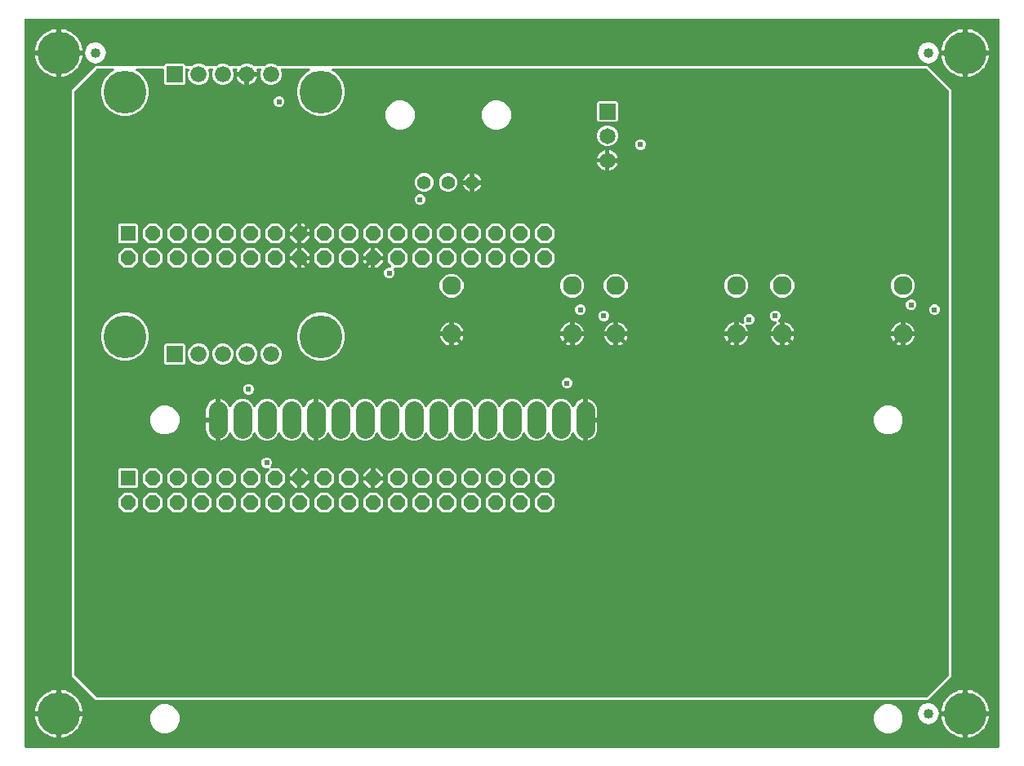
<source format=gbr>
G04 EAGLE Gerber RS-274X export*
G75*
%MOMM*%
%FSLAX34Y34*%
%LPD*%
%INBottom Copper*%
%IPPOS*%
%AMOC8*
5,1,8,0,0,1.08239X$1,22.5*%
G01*
%ADD10R,1.524000X1.524000*%
%ADD11P,1.649562X8X22.500000*%
%ADD12C,4.445000*%
%ADD13C,1.016000*%
%ADD14C,1.676400*%
%ADD15R,1.676400X1.676400*%
%ADD16C,1.930400*%
%ADD17C,1.400000*%
%ADD18R,1.651000X1.651000*%
%ADD19C,1.651000*%
%ADD20C,1.960000*%
%ADD21C,0.381000*%
%ADD22C,0.609600*%

G36*
X1012308Y2556D02*
X1012308Y2556D01*
X1012427Y2563D01*
X1012465Y2576D01*
X1012506Y2581D01*
X1012616Y2624D01*
X1012729Y2661D01*
X1012764Y2683D01*
X1012801Y2698D01*
X1012897Y2767D01*
X1012998Y2831D01*
X1013026Y2861D01*
X1013059Y2884D01*
X1013135Y2976D01*
X1013216Y3063D01*
X1013236Y3098D01*
X1013261Y3129D01*
X1013312Y3237D01*
X1013370Y3341D01*
X1013380Y3381D01*
X1013397Y3417D01*
X1013419Y3534D01*
X1013449Y3649D01*
X1013453Y3709D01*
X1013457Y3729D01*
X1013455Y3750D01*
X1013459Y3810D01*
X1013459Y758190D01*
X1013444Y758308D01*
X1013437Y758427D01*
X1013424Y758465D01*
X1013419Y758506D01*
X1013376Y758616D01*
X1013339Y758729D01*
X1013317Y758764D01*
X1013302Y758801D01*
X1013233Y758897D01*
X1013169Y758998D01*
X1013139Y759026D01*
X1013116Y759059D01*
X1013024Y759135D01*
X1012937Y759216D01*
X1012902Y759236D01*
X1012871Y759261D01*
X1012763Y759312D01*
X1012659Y759370D01*
X1012619Y759380D01*
X1012583Y759397D01*
X1012466Y759419D01*
X1012351Y759449D01*
X1012291Y759453D01*
X1012271Y759457D01*
X1012250Y759455D01*
X1012190Y759459D01*
X3810Y759459D01*
X3692Y759444D01*
X3573Y759437D01*
X3535Y759424D01*
X3494Y759419D01*
X3384Y759376D01*
X3271Y759339D01*
X3236Y759317D01*
X3199Y759302D01*
X3103Y759233D01*
X3002Y759169D01*
X2974Y759139D01*
X2941Y759116D01*
X2865Y759024D01*
X2784Y758937D01*
X2764Y758902D01*
X2739Y758871D01*
X2688Y758763D01*
X2630Y758659D01*
X2620Y758619D01*
X2603Y758583D01*
X2581Y758466D01*
X2551Y758351D01*
X2547Y758291D01*
X2543Y758271D01*
X2545Y758250D01*
X2541Y758190D01*
X2541Y3810D01*
X2556Y3692D01*
X2563Y3573D01*
X2576Y3535D01*
X2581Y3494D01*
X2624Y3384D01*
X2661Y3271D01*
X2683Y3236D01*
X2698Y3199D01*
X2767Y3103D01*
X2831Y3002D01*
X2861Y2974D01*
X2884Y2941D01*
X2976Y2865D01*
X3063Y2784D01*
X3098Y2764D01*
X3129Y2739D01*
X3237Y2688D01*
X3341Y2630D01*
X3381Y2620D01*
X3417Y2603D01*
X3534Y2581D01*
X3649Y2551D01*
X3709Y2547D01*
X3729Y2543D01*
X3750Y2545D01*
X3810Y2541D01*
X1012190Y2541D01*
X1012308Y2556D01*
G37*
%LPC*%
G36*
X76726Y52069D02*
X76726Y52069D01*
X52069Y76726D01*
X52069Y685274D01*
X76726Y709931D01*
X146088Y709931D01*
X146206Y709946D01*
X146325Y709953D01*
X146363Y709966D01*
X146404Y709971D01*
X146514Y710014D01*
X146627Y710051D01*
X146662Y710073D01*
X146699Y710088D01*
X146795Y710158D01*
X146896Y710221D01*
X146924Y710251D01*
X146957Y710274D01*
X147033Y710366D01*
X147088Y710425D01*
X148846Y712183D01*
X167714Y712183D01*
X169472Y710425D01*
X169493Y710392D01*
X169523Y710364D01*
X169546Y710331D01*
X169638Y710256D01*
X169725Y710174D01*
X169760Y710154D01*
X169791Y710129D01*
X169899Y710078D01*
X170003Y710020D01*
X170043Y710010D01*
X170079Y709993D01*
X170196Y709971D01*
X170311Y709941D01*
X170371Y709937D01*
X170391Y709933D01*
X170412Y709935D01*
X170472Y709931D01*
X175978Y709931D01*
X176076Y709943D01*
X176175Y709946D01*
X176233Y709963D01*
X176293Y709971D01*
X176386Y710007D01*
X176481Y710035D01*
X176533Y710065D01*
X176589Y710088D01*
X176669Y710146D01*
X176755Y710196D01*
X176830Y710262D01*
X176847Y710274D01*
X176854Y710284D01*
X176875Y710303D01*
X177093Y710520D01*
X181107Y712183D01*
X185453Y712183D01*
X189467Y710520D01*
X189685Y710303D01*
X189763Y710242D01*
X189835Y710174D01*
X189888Y710145D01*
X189936Y710108D01*
X190027Y710068D01*
X190113Y710020D01*
X190172Y710005D01*
X190228Y709981D01*
X190326Y709966D01*
X190421Y709941D01*
X190521Y709935D01*
X190542Y709931D01*
X190554Y709933D01*
X190582Y709931D01*
X200978Y709931D01*
X201076Y709943D01*
X201175Y709946D01*
X201233Y709963D01*
X201293Y709971D01*
X201386Y710007D01*
X201481Y710035D01*
X201533Y710065D01*
X201589Y710088D01*
X201669Y710146D01*
X201755Y710196D01*
X201830Y710262D01*
X201847Y710274D01*
X201854Y710284D01*
X201875Y710303D01*
X202093Y710520D01*
X206107Y712183D01*
X210453Y712183D01*
X214467Y710520D01*
X214685Y710303D01*
X214763Y710242D01*
X214835Y710174D01*
X214888Y710145D01*
X214936Y710108D01*
X215027Y710068D01*
X215113Y710020D01*
X215172Y710005D01*
X215228Y709981D01*
X215326Y709966D01*
X215421Y709941D01*
X215521Y709935D01*
X215542Y709931D01*
X215554Y709933D01*
X215582Y709931D01*
X225978Y709931D01*
X226076Y709943D01*
X226175Y709946D01*
X226233Y709963D01*
X226293Y709971D01*
X226386Y710007D01*
X226481Y710035D01*
X226533Y710065D01*
X226589Y710088D01*
X226669Y710146D01*
X226755Y710196D01*
X226830Y710262D01*
X226847Y710274D01*
X226854Y710284D01*
X226875Y710303D01*
X227093Y710520D01*
X231107Y712183D01*
X235453Y712183D01*
X239467Y710520D01*
X239685Y710303D01*
X239763Y710242D01*
X239835Y710174D01*
X239888Y710145D01*
X239936Y710108D01*
X240027Y710068D01*
X240113Y710020D01*
X240172Y710005D01*
X240228Y709981D01*
X240326Y709966D01*
X240421Y709941D01*
X240521Y709935D01*
X240542Y709931D01*
X240554Y709933D01*
X240582Y709931D01*
X250978Y709931D01*
X251076Y709943D01*
X251175Y709946D01*
X251233Y709963D01*
X251293Y709971D01*
X251386Y710007D01*
X251481Y710035D01*
X251533Y710065D01*
X251589Y710088D01*
X251669Y710146D01*
X251755Y710196D01*
X251830Y710262D01*
X251847Y710274D01*
X251854Y710284D01*
X251875Y710303D01*
X252093Y710520D01*
X256107Y712183D01*
X260453Y712183D01*
X264467Y710520D01*
X264685Y710303D01*
X264763Y710242D01*
X264835Y710174D01*
X264888Y710145D01*
X264936Y710108D01*
X265027Y710068D01*
X265113Y710020D01*
X265172Y710005D01*
X265228Y709981D01*
X265326Y709966D01*
X265421Y709941D01*
X265521Y709935D01*
X265542Y709931D01*
X265554Y709933D01*
X265582Y709931D01*
X939274Y709931D01*
X963931Y685274D01*
X963931Y76726D01*
X939274Y52069D01*
X76726Y52069D01*
G37*
%LPD*%
G36*
X937794Y54623D02*
X937794Y54623D01*
X937893Y54626D01*
X937951Y54643D01*
X938011Y54651D01*
X938103Y54687D01*
X938199Y54715D01*
X938251Y54745D01*
X938307Y54768D01*
X938387Y54826D01*
X938472Y54876D01*
X938548Y54942D01*
X938564Y54954D01*
X938572Y54964D01*
X938593Y54982D01*
X961018Y77407D01*
X961078Y77485D01*
X961146Y77557D01*
X961175Y77610D01*
X961212Y77658D01*
X961252Y77749D01*
X961300Y77836D01*
X961315Y77894D01*
X961339Y77950D01*
X961354Y78048D01*
X961379Y78144D01*
X961385Y78244D01*
X961389Y78264D01*
X961387Y78276D01*
X961389Y78304D01*
X961389Y683696D01*
X961377Y683794D01*
X961374Y683893D01*
X961357Y683951D01*
X961349Y684011D01*
X961313Y684103D01*
X961285Y684199D01*
X961255Y684251D01*
X961232Y684307D01*
X961174Y684387D01*
X961124Y684472D01*
X961058Y684548D01*
X961046Y684564D01*
X961036Y684572D01*
X961018Y684593D01*
X938593Y707018D01*
X938515Y707078D01*
X938443Y707146D01*
X938390Y707175D01*
X938342Y707212D01*
X938251Y707252D01*
X938164Y707300D01*
X938106Y707315D01*
X938050Y707339D01*
X937952Y707354D01*
X937856Y707379D01*
X937756Y707385D01*
X937736Y707389D01*
X937724Y707387D01*
X937696Y707389D01*
X322355Y707389D01*
X322211Y707371D01*
X322066Y707356D01*
X322053Y707351D01*
X322040Y707349D01*
X321904Y707296D01*
X321768Y707245D01*
X321757Y707237D01*
X321744Y707232D01*
X321626Y707147D01*
X321506Y707064D01*
X321498Y707053D01*
X321487Y707046D01*
X321394Y706934D01*
X321298Y706823D01*
X321292Y706811D01*
X321284Y706801D01*
X321222Y706669D01*
X321157Y706538D01*
X321154Y706525D01*
X321148Y706513D01*
X321121Y706371D01*
X321090Y706227D01*
X321091Y706214D01*
X321089Y706201D01*
X321098Y706056D01*
X321104Y705910D01*
X321107Y705896D01*
X321108Y705883D01*
X321153Y705745D01*
X321195Y705605D01*
X321202Y705593D01*
X321206Y705581D01*
X321284Y705458D01*
X321360Y705333D01*
X321369Y705323D01*
X321376Y705312D01*
X321483Y705212D01*
X321587Y705110D01*
X321602Y705100D01*
X321608Y705094D01*
X321623Y705086D01*
X321721Y705021D01*
X325087Y703077D01*
X329698Y698466D01*
X332958Y692819D01*
X334646Y686520D01*
X334646Y680000D01*
X332958Y673701D01*
X329698Y668054D01*
X325086Y663442D01*
X319439Y660182D01*
X313140Y658494D01*
X306620Y658494D01*
X300321Y660182D01*
X294674Y663442D01*
X290062Y668054D01*
X286802Y673701D01*
X285114Y680000D01*
X285114Y686520D01*
X286802Y692819D01*
X290062Y698466D01*
X294673Y703077D01*
X298039Y705021D01*
X298156Y705109D01*
X298273Y705194D01*
X298282Y705205D01*
X298293Y705213D01*
X298383Y705327D01*
X298476Y705439D01*
X298482Y705452D01*
X298490Y705462D01*
X298550Y705596D01*
X298612Y705727D01*
X298614Y705740D01*
X298620Y705753D01*
X298644Y705897D01*
X298671Y706040D01*
X298671Y706053D01*
X298673Y706066D01*
X298661Y706212D01*
X298652Y706357D01*
X298648Y706370D01*
X298646Y706383D01*
X298598Y706521D01*
X298554Y706659D01*
X298547Y706671D01*
X298542Y706684D01*
X298461Y706805D01*
X298384Y706928D01*
X298374Y706937D01*
X298366Y706949D01*
X298258Y707046D01*
X298152Y707146D01*
X298140Y707153D01*
X298130Y707162D01*
X298001Y707229D01*
X297873Y707300D01*
X297860Y707303D01*
X297848Y707309D01*
X297706Y707343D01*
X297565Y707379D01*
X297547Y707380D01*
X297539Y707382D01*
X297522Y707382D01*
X297405Y707389D01*
X269463Y707389D01*
X269414Y707383D01*
X269364Y707385D01*
X269257Y707363D01*
X269148Y707349D01*
X269102Y707331D01*
X269053Y707321D01*
X268954Y707273D01*
X268852Y707232D01*
X268812Y707203D01*
X268767Y707181D01*
X268684Y707110D01*
X268595Y707046D01*
X268563Y707007D01*
X268525Y706975D01*
X268462Y706885D01*
X268392Y706801D01*
X268371Y706756D01*
X268342Y706715D01*
X268303Y706612D01*
X268256Y706513D01*
X268247Y706464D01*
X268230Y706418D01*
X268217Y706308D01*
X268197Y706201D01*
X268200Y706151D01*
X268194Y706102D01*
X268210Y705993D01*
X268216Y705883D01*
X268232Y705836D01*
X268239Y705787D01*
X268291Y705634D01*
X269203Y703433D01*
X269203Y699087D01*
X267540Y695073D01*
X264467Y692000D01*
X260453Y690337D01*
X256107Y690337D01*
X252093Y692000D01*
X249020Y695073D01*
X247357Y699087D01*
X247357Y703433D01*
X248269Y705634D01*
X248282Y705682D01*
X248304Y705727D01*
X248324Y705835D01*
X248353Y705941D01*
X248354Y705991D01*
X248363Y706040D01*
X248356Y706149D01*
X248358Y706259D01*
X248347Y706307D01*
X248344Y706357D01*
X248310Y706461D01*
X248284Y706568D01*
X248261Y706612D01*
X248246Y706659D01*
X248187Y706752D01*
X248135Y706849D01*
X248102Y706886D01*
X248075Y706928D01*
X247995Y707003D01*
X247921Y707085D01*
X247880Y707112D01*
X247844Y707146D01*
X247748Y707199D01*
X247656Y707259D01*
X247609Y707276D01*
X247565Y707300D01*
X247459Y707327D01*
X247355Y707363D01*
X247305Y707367D01*
X247257Y707379D01*
X247097Y707389D01*
X244487Y707389D01*
X244388Y707377D01*
X244289Y707374D01*
X244231Y707357D01*
X244172Y707349D01*
X244079Y707313D01*
X243984Y707285D01*
X243932Y707255D01*
X243876Y707232D01*
X243795Y707174D01*
X243710Y707123D01*
X243667Y707081D01*
X243619Y707046D01*
X243555Y706969D01*
X243485Y706899D01*
X243454Y706847D01*
X243416Y706801D01*
X243373Y706711D01*
X243323Y706625D01*
X243306Y706567D01*
X243280Y706513D01*
X243262Y706415D01*
X243234Y706320D01*
X243232Y706260D01*
X243220Y706201D01*
X243227Y706101D01*
X243223Y706002D01*
X243236Y705943D01*
X243240Y705883D01*
X243271Y705789D01*
X243292Y705691D01*
X243332Y705600D01*
X243338Y705581D01*
X243345Y705570D01*
X243356Y705544D01*
X243403Y705453D01*
X243934Y703818D01*
X243943Y703759D01*
X234510Y703759D01*
X234392Y703744D01*
X234273Y703737D01*
X234235Y703724D01*
X234195Y703719D01*
X234084Y703676D01*
X233971Y703639D01*
X233937Y703617D01*
X233899Y703602D01*
X233803Y703533D01*
X233702Y703469D01*
X233674Y703439D01*
X233642Y703416D01*
X233566Y703324D01*
X233484Y703237D01*
X233465Y703202D01*
X233439Y703171D01*
X233388Y703063D01*
X233331Y702959D01*
X233321Y702919D01*
X233303Y702883D01*
X233283Y702776D01*
X233279Y702806D01*
X233235Y702916D01*
X233199Y703029D01*
X233177Y703064D01*
X233162Y703101D01*
X233092Y703197D01*
X233029Y703298D01*
X232999Y703326D01*
X232975Y703359D01*
X232884Y703435D01*
X232797Y703516D01*
X232762Y703536D01*
X232730Y703561D01*
X232623Y703612D01*
X232518Y703670D01*
X232479Y703680D01*
X232443Y703697D01*
X232326Y703719D01*
X232210Y703749D01*
X232150Y703753D01*
X232130Y703757D01*
X232110Y703755D01*
X232050Y703759D01*
X222617Y703759D01*
X222626Y703818D01*
X223157Y705453D01*
X223204Y705544D01*
X223237Y705637D01*
X223280Y705727D01*
X223291Y705786D01*
X223312Y705843D01*
X223321Y705942D01*
X223340Y706040D01*
X223336Y706100D01*
X223342Y706159D01*
X223326Y706258D01*
X223320Y706357D01*
X223301Y706414D01*
X223292Y706474D01*
X223252Y706565D01*
X223222Y706659D01*
X223190Y706710D01*
X223166Y706766D01*
X223105Y706844D01*
X223052Y706928D01*
X223008Y706969D01*
X222971Y707017D01*
X222892Y707078D01*
X222820Y707146D01*
X222767Y707175D01*
X222720Y707212D01*
X222629Y707252D01*
X222542Y707300D01*
X222483Y707315D01*
X222428Y707339D01*
X222330Y707354D01*
X222234Y707379D01*
X222134Y707385D01*
X222114Y707389D01*
X222102Y707387D01*
X222073Y707389D01*
X219463Y707389D01*
X219414Y707383D01*
X219364Y707385D01*
X219257Y707363D01*
X219148Y707349D01*
X219102Y707331D01*
X219053Y707321D01*
X218954Y707273D01*
X218852Y707232D01*
X218812Y707203D01*
X218767Y707181D01*
X218684Y707110D01*
X218595Y707046D01*
X218563Y707007D01*
X218525Y706975D01*
X218462Y706885D01*
X218392Y706801D01*
X218371Y706756D01*
X218342Y706715D01*
X218303Y706612D01*
X218256Y706513D01*
X218247Y706464D01*
X218230Y706418D01*
X218217Y706308D01*
X218197Y706201D01*
X218200Y706151D01*
X218194Y706102D01*
X218210Y705993D01*
X218216Y705883D01*
X218232Y705836D01*
X218239Y705787D01*
X218291Y705634D01*
X219203Y703433D01*
X219203Y699087D01*
X217540Y695073D01*
X214467Y692000D01*
X210453Y690337D01*
X206107Y690337D01*
X202093Y692000D01*
X199020Y695073D01*
X197357Y699087D01*
X197357Y703433D01*
X198269Y705634D01*
X198282Y705682D01*
X198304Y705727D01*
X198324Y705835D01*
X198353Y705941D01*
X198354Y705991D01*
X198363Y706040D01*
X198356Y706149D01*
X198358Y706259D01*
X198347Y706307D01*
X198344Y706357D01*
X198310Y706461D01*
X198284Y706568D01*
X198261Y706612D01*
X198246Y706659D01*
X198187Y706752D01*
X198135Y706849D01*
X198102Y706886D01*
X198075Y706928D01*
X197995Y707003D01*
X197921Y707085D01*
X197880Y707112D01*
X197844Y707146D01*
X197748Y707199D01*
X197656Y707259D01*
X197609Y707276D01*
X197565Y707300D01*
X197459Y707327D01*
X197355Y707363D01*
X197305Y707367D01*
X197257Y707379D01*
X197097Y707389D01*
X194463Y707389D01*
X194414Y707383D01*
X194364Y707385D01*
X194257Y707363D01*
X194148Y707349D01*
X194102Y707331D01*
X194053Y707321D01*
X193954Y707273D01*
X193852Y707232D01*
X193812Y707203D01*
X193767Y707181D01*
X193684Y707110D01*
X193595Y707046D01*
X193563Y707007D01*
X193525Y706975D01*
X193462Y706885D01*
X193392Y706801D01*
X193371Y706756D01*
X193342Y706715D01*
X193303Y706612D01*
X193256Y706513D01*
X193247Y706464D01*
X193230Y706418D01*
X193217Y706308D01*
X193197Y706201D01*
X193200Y706151D01*
X193194Y706102D01*
X193210Y705993D01*
X193216Y705883D01*
X193232Y705836D01*
X193239Y705787D01*
X193291Y705634D01*
X194203Y703433D01*
X194203Y699087D01*
X192540Y695073D01*
X189467Y692000D01*
X185453Y690337D01*
X181107Y690337D01*
X177093Y692000D01*
X174020Y695073D01*
X172357Y699087D01*
X172357Y703433D01*
X173269Y705634D01*
X173282Y705682D01*
X173304Y705727D01*
X173324Y705835D01*
X173353Y705941D01*
X173354Y705991D01*
X173363Y706040D01*
X173356Y706149D01*
X173358Y706259D01*
X173347Y706307D01*
X173344Y706357D01*
X173310Y706461D01*
X173284Y706568D01*
X173261Y706612D01*
X173246Y706659D01*
X173187Y706752D01*
X173135Y706849D01*
X173102Y706886D01*
X173075Y706928D01*
X172995Y707003D01*
X172921Y707085D01*
X172880Y707112D01*
X172844Y707146D01*
X172748Y707199D01*
X172656Y707259D01*
X172609Y707276D01*
X172565Y707300D01*
X172459Y707327D01*
X172355Y707363D01*
X172305Y707367D01*
X172257Y707379D01*
X172097Y707389D01*
X170472Y707389D01*
X170354Y707374D01*
X170235Y707367D01*
X170197Y707354D01*
X170156Y707349D01*
X170046Y707306D01*
X169933Y707269D01*
X169898Y707247D01*
X169861Y707232D01*
X169765Y707163D01*
X169664Y707099D01*
X169636Y707069D01*
X169603Y707046D01*
X169527Y706954D01*
X169446Y706867D01*
X169426Y706832D01*
X169401Y706801D01*
X169350Y706693D01*
X169292Y706589D01*
X169282Y706549D01*
X169265Y706513D01*
X169243Y706396D01*
X169213Y706281D01*
X169209Y706221D01*
X169205Y706201D01*
X169207Y706180D01*
X169203Y706120D01*
X169203Y691826D01*
X167714Y690337D01*
X148846Y690337D01*
X147357Y691826D01*
X147357Y706120D01*
X147342Y706238D01*
X147335Y706357D01*
X147322Y706395D01*
X147317Y706436D01*
X147274Y706546D01*
X147237Y706659D01*
X147215Y706694D01*
X147200Y706731D01*
X147131Y706827D01*
X147067Y706928D01*
X147037Y706956D01*
X147014Y706989D01*
X146922Y707065D01*
X146835Y707146D01*
X146800Y707166D01*
X146769Y707191D01*
X146661Y707242D01*
X146557Y707300D01*
X146517Y707310D01*
X146481Y707327D01*
X146364Y707349D01*
X146249Y707379D01*
X146189Y707383D01*
X146169Y707387D01*
X146148Y707385D01*
X146088Y707389D01*
X119155Y707389D01*
X119011Y707371D01*
X118866Y707356D01*
X118853Y707351D01*
X118840Y707349D01*
X118704Y707296D01*
X118568Y707245D01*
X118557Y707237D01*
X118544Y707232D01*
X118426Y707147D01*
X118306Y707064D01*
X118298Y707053D01*
X118287Y707046D01*
X118194Y706934D01*
X118098Y706823D01*
X118092Y706811D01*
X118084Y706801D01*
X118022Y706669D01*
X117957Y706538D01*
X117954Y706525D01*
X117948Y706513D01*
X117921Y706371D01*
X117890Y706227D01*
X117891Y706214D01*
X117889Y706201D01*
X117898Y706056D01*
X117904Y705910D01*
X117907Y705896D01*
X117908Y705883D01*
X117953Y705745D01*
X117995Y705605D01*
X118002Y705593D01*
X118006Y705581D01*
X118084Y705458D01*
X118160Y705333D01*
X118169Y705323D01*
X118176Y705312D01*
X118283Y705212D01*
X118387Y705110D01*
X118402Y705100D01*
X118408Y705094D01*
X118423Y705086D01*
X118521Y705021D01*
X121887Y703077D01*
X126498Y698466D01*
X129758Y692819D01*
X131446Y686520D01*
X131446Y680000D01*
X129758Y673701D01*
X126498Y668054D01*
X121886Y663442D01*
X116239Y660182D01*
X109940Y658494D01*
X103420Y658494D01*
X97121Y660182D01*
X91474Y663442D01*
X86862Y668054D01*
X83602Y673701D01*
X81914Y680000D01*
X81914Y686520D01*
X83602Y692819D01*
X86862Y698466D01*
X91473Y703077D01*
X94839Y705021D01*
X94956Y705109D01*
X95073Y705194D01*
X95082Y705205D01*
X95093Y705213D01*
X95183Y705327D01*
X95276Y705439D01*
X95282Y705452D01*
X95290Y705462D01*
X95350Y705596D01*
X95412Y705727D01*
X95414Y705740D01*
X95420Y705753D01*
X95444Y705897D01*
X95471Y706040D01*
X95471Y706053D01*
X95473Y706066D01*
X95461Y706212D01*
X95452Y706357D01*
X95448Y706370D01*
X95446Y706383D01*
X95398Y706521D01*
X95354Y706659D01*
X95347Y706671D01*
X95342Y706684D01*
X95261Y706805D01*
X95184Y706928D01*
X95174Y706937D01*
X95166Y706949D01*
X95058Y707046D01*
X94952Y707146D01*
X94940Y707153D01*
X94930Y707162D01*
X94801Y707229D01*
X94673Y707300D01*
X94660Y707303D01*
X94648Y707309D01*
X94506Y707343D01*
X94365Y707379D01*
X94347Y707380D01*
X94339Y707382D01*
X94322Y707382D01*
X94205Y707389D01*
X78304Y707389D01*
X78206Y707377D01*
X78107Y707374D01*
X78049Y707357D01*
X77989Y707349D01*
X77897Y707313D01*
X77801Y707285D01*
X77749Y707255D01*
X77693Y707232D01*
X77613Y707174D01*
X77528Y707124D01*
X77452Y707058D01*
X77436Y707046D01*
X77428Y707036D01*
X77407Y707018D01*
X54982Y684593D01*
X54922Y684515D01*
X54854Y684443D01*
X54825Y684390D01*
X54788Y684342D01*
X54748Y684251D01*
X54700Y684164D01*
X54685Y684106D01*
X54661Y684050D01*
X54646Y683952D01*
X54621Y683856D01*
X54615Y683756D01*
X54611Y683736D01*
X54613Y683724D01*
X54611Y683696D01*
X54611Y78304D01*
X54623Y78206D01*
X54626Y78107D01*
X54643Y78049D01*
X54651Y77989D01*
X54687Y77897D01*
X54715Y77801D01*
X54745Y77749D01*
X54768Y77693D01*
X54826Y77613D01*
X54876Y77528D01*
X54942Y77452D01*
X54954Y77436D01*
X54964Y77428D01*
X54982Y77407D01*
X77407Y54982D01*
X77485Y54922D01*
X77557Y54854D01*
X77610Y54825D01*
X77658Y54788D01*
X77749Y54748D01*
X77836Y54700D01*
X77894Y54685D01*
X77950Y54661D01*
X78048Y54646D01*
X78144Y54621D01*
X78244Y54615D01*
X78264Y54611D01*
X78276Y54613D01*
X78304Y54611D01*
X937696Y54611D01*
X937794Y54623D01*
G37*
%LPC*%
G36*
X327775Y321055D02*
X327775Y321055D01*
X323293Y322911D01*
X319863Y326341D01*
X318665Y329234D01*
X318651Y329260D01*
X318641Y329288D01*
X318572Y329398D01*
X318508Y329510D01*
X318487Y329532D01*
X318471Y329557D01*
X318377Y329646D01*
X318287Y329739D01*
X318261Y329754D01*
X318239Y329775D01*
X318126Y329837D01*
X318015Y329905D01*
X317987Y329914D01*
X317961Y329928D01*
X317835Y329961D01*
X317711Y329999D01*
X317682Y330000D01*
X317653Y330007D01*
X317523Y330008D01*
X317394Y330014D01*
X317365Y330008D01*
X317335Y330008D01*
X317209Y329976D01*
X317082Y329949D01*
X317055Y329936D01*
X317027Y329929D01*
X316913Y329867D01*
X316797Y329810D01*
X316774Y329790D01*
X316748Y329776D01*
X316653Y329688D01*
X316555Y329603D01*
X316537Y329579D01*
X316516Y329558D01*
X316446Y329449D01*
X316372Y329343D01*
X316361Y329315D01*
X316345Y329290D01*
X316286Y329140D01*
X316099Y328568D01*
X315228Y326858D01*
X314100Y325305D01*
X312743Y323948D01*
X311190Y322820D01*
X309480Y321949D01*
X307655Y321355D01*
X307299Y321299D01*
X307299Y341670D01*
X307284Y341788D01*
X307277Y341907D01*
X307264Y341945D01*
X307259Y341985D01*
X307216Y342096D01*
X307179Y342209D01*
X307157Y342243D01*
X307142Y342281D01*
X307073Y342377D01*
X307009Y342478D01*
X306979Y342506D01*
X306956Y342538D01*
X306864Y342614D01*
X306777Y342696D01*
X306742Y342715D01*
X306711Y342741D01*
X306603Y342792D01*
X306499Y342849D01*
X306459Y342859D01*
X306423Y342877D01*
X306316Y342897D01*
X306346Y342901D01*
X306456Y342945D01*
X306569Y342981D01*
X306604Y343003D01*
X306641Y343018D01*
X306737Y343088D01*
X306838Y343151D01*
X306866Y343181D01*
X306899Y343205D01*
X306975Y343296D01*
X307056Y343383D01*
X307076Y343418D01*
X307101Y343450D01*
X307152Y343557D01*
X307210Y343662D01*
X307220Y343701D01*
X307237Y343737D01*
X307259Y343854D01*
X307289Y343970D01*
X307293Y344030D01*
X307297Y344050D01*
X307295Y344070D01*
X307299Y344130D01*
X307299Y364501D01*
X307655Y364445D01*
X309480Y363851D01*
X311190Y362980D01*
X312743Y361852D01*
X314100Y360495D01*
X315228Y358942D01*
X316099Y357232D01*
X316286Y356660D01*
X316298Y356633D01*
X316305Y356603D01*
X316366Y356489D01*
X316421Y356372D01*
X316440Y356349D01*
X316454Y356322D01*
X316541Y356227D01*
X316624Y356127D01*
X316648Y356109D01*
X316668Y356087D01*
X316776Y356016D01*
X316881Y355940D01*
X316909Y355929D01*
X316934Y355912D01*
X317056Y355870D01*
X317177Y355822D01*
X317206Y355819D01*
X317234Y355809D01*
X317364Y355799D01*
X317492Y355782D01*
X317522Y355786D01*
X317551Y355784D01*
X317679Y355806D01*
X317808Y355822D01*
X317835Y355833D01*
X317865Y355838D01*
X317983Y355891D01*
X318103Y355939D01*
X318128Y355957D01*
X318155Y355969D01*
X318256Y356049D01*
X318361Y356126D01*
X318380Y356149D01*
X318403Y356167D01*
X318481Y356271D01*
X318564Y356371D01*
X318576Y356398D01*
X318594Y356421D01*
X318665Y356566D01*
X319863Y359459D01*
X323293Y362889D01*
X327775Y364745D01*
X332625Y364745D01*
X337107Y362889D01*
X340537Y359459D01*
X341727Y356584D01*
X341796Y356463D01*
X341861Y356340D01*
X341875Y356325D01*
X341885Y356307D01*
X341982Y356207D01*
X342075Y356105D01*
X342092Y356093D01*
X342106Y356079D01*
X342224Y356006D01*
X342341Y355930D01*
X342360Y355923D01*
X342377Y355913D01*
X342510Y355872D01*
X342642Y355827D01*
X342662Y355825D01*
X342681Y355819D01*
X342820Y355812D01*
X342959Y355801D01*
X342979Y355805D01*
X342999Y355804D01*
X343135Y355832D01*
X343272Y355856D01*
X343290Y355864D01*
X343310Y355868D01*
X343436Y355930D01*
X343562Y355986D01*
X343578Y355999D01*
X343596Y356008D01*
X343702Y356099D01*
X343810Y356185D01*
X343823Y356201D01*
X343838Y356214D01*
X343918Y356328D01*
X344002Y356439D01*
X344014Y356464D01*
X344021Y356474D01*
X344028Y356494D01*
X344073Y356584D01*
X345263Y359459D01*
X348693Y362889D01*
X353175Y364745D01*
X358025Y364745D01*
X362507Y362889D01*
X365937Y359459D01*
X367127Y356584D01*
X367196Y356463D01*
X367261Y356340D01*
X367275Y356325D01*
X367285Y356307D01*
X367382Y356207D01*
X367475Y356105D01*
X367492Y356093D01*
X367506Y356079D01*
X367624Y356006D01*
X367741Y355930D01*
X367760Y355923D01*
X367777Y355913D01*
X367910Y355872D01*
X368042Y355827D01*
X368062Y355825D01*
X368081Y355819D01*
X368220Y355812D01*
X368359Y355801D01*
X368379Y355805D01*
X368399Y355804D01*
X368535Y355832D01*
X368672Y355856D01*
X368690Y355864D01*
X368710Y355868D01*
X368836Y355930D01*
X368962Y355986D01*
X368978Y355999D01*
X368996Y356008D01*
X369102Y356099D01*
X369210Y356185D01*
X369223Y356201D01*
X369238Y356214D01*
X369318Y356328D01*
X369402Y356439D01*
X369414Y356464D01*
X369421Y356474D01*
X369428Y356494D01*
X369473Y356584D01*
X370663Y359459D01*
X374093Y362889D01*
X378575Y364745D01*
X383425Y364745D01*
X387907Y362889D01*
X391337Y359459D01*
X392527Y356584D01*
X392596Y356463D01*
X392661Y356340D01*
X392675Y356325D01*
X392685Y356307D01*
X392782Y356207D01*
X392875Y356105D01*
X392892Y356093D01*
X392906Y356079D01*
X393024Y356006D01*
X393141Y355930D01*
X393160Y355923D01*
X393177Y355913D01*
X393310Y355872D01*
X393442Y355827D01*
X393462Y355825D01*
X393481Y355819D01*
X393620Y355812D01*
X393759Y355801D01*
X393779Y355805D01*
X393799Y355804D01*
X393935Y355832D01*
X394072Y355856D01*
X394090Y355864D01*
X394110Y355868D01*
X394236Y355930D01*
X394362Y355986D01*
X394378Y355999D01*
X394396Y356008D01*
X394502Y356099D01*
X394610Y356185D01*
X394623Y356201D01*
X394638Y356214D01*
X394718Y356328D01*
X394802Y356439D01*
X394814Y356464D01*
X394821Y356474D01*
X394828Y356494D01*
X394873Y356584D01*
X396063Y359459D01*
X399493Y362889D01*
X403975Y364745D01*
X408825Y364745D01*
X413307Y362889D01*
X416737Y359459D01*
X417927Y356584D01*
X417996Y356463D01*
X418061Y356340D01*
X418075Y356325D01*
X418085Y356307D01*
X418182Y356207D01*
X418275Y356105D01*
X418292Y356093D01*
X418306Y356079D01*
X418424Y356006D01*
X418541Y355930D01*
X418560Y355923D01*
X418577Y355913D01*
X418710Y355872D01*
X418842Y355827D01*
X418862Y355825D01*
X418881Y355819D01*
X419020Y355812D01*
X419159Y355801D01*
X419179Y355805D01*
X419199Y355804D01*
X419335Y355832D01*
X419472Y355856D01*
X419490Y355864D01*
X419510Y355868D01*
X419636Y355930D01*
X419762Y355986D01*
X419778Y355999D01*
X419796Y356008D01*
X419902Y356099D01*
X420010Y356185D01*
X420023Y356201D01*
X420038Y356214D01*
X420118Y356328D01*
X420202Y356439D01*
X420214Y356464D01*
X420221Y356474D01*
X420228Y356494D01*
X420273Y356584D01*
X421463Y359459D01*
X424893Y362889D01*
X429375Y364745D01*
X434225Y364745D01*
X438707Y362889D01*
X442137Y359459D01*
X443327Y356584D01*
X443396Y356463D01*
X443461Y356340D01*
X443475Y356325D01*
X443485Y356307D01*
X443582Y356207D01*
X443675Y356105D01*
X443692Y356093D01*
X443706Y356079D01*
X443824Y356006D01*
X443941Y355930D01*
X443960Y355923D01*
X443977Y355913D01*
X444110Y355872D01*
X444242Y355827D01*
X444262Y355825D01*
X444281Y355819D01*
X444420Y355812D01*
X444559Y355801D01*
X444579Y355805D01*
X444599Y355804D01*
X444735Y355832D01*
X444872Y355856D01*
X444890Y355864D01*
X444910Y355868D01*
X445036Y355930D01*
X445162Y355986D01*
X445178Y355999D01*
X445196Y356008D01*
X445302Y356099D01*
X445410Y356185D01*
X445423Y356201D01*
X445438Y356214D01*
X445518Y356328D01*
X445602Y356439D01*
X445614Y356464D01*
X445621Y356474D01*
X445628Y356494D01*
X445673Y356584D01*
X446863Y359459D01*
X450293Y362889D01*
X454775Y364745D01*
X459625Y364745D01*
X464107Y362889D01*
X467537Y359459D01*
X468727Y356584D01*
X468796Y356463D01*
X468861Y356340D01*
X468875Y356325D01*
X468885Y356307D01*
X468982Y356207D01*
X469075Y356105D01*
X469092Y356093D01*
X469106Y356079D01*
X469224Y356006D01*
X469341Y355930D01*
X469360Y355923D01*
X469377Y355913D01*
X469510Y355872D01*
X469642Y355827D01*
X469662Y355825D01*
X469681Y355819D01*
X469820Y355812D01*
X469959Y355801D01*
X469979Y355805D01*
X469999Y355804D01*
X470135Y355832D01*
X470272Y355856D01*
X470290Y355864D01*
X470310Y355868D01*
X470436Y355930D01*
X470562Y355986D01*
X470578Y355999D01*
X470596Y356008D01*
X470702Y356099D01*
X470810Y356185D01*
X470823Y356201D01*
X470838Y356214D01*
X470918Y356328D01*
X471002Y356439D01*
X471014Y356464D01*
X471021Y356474D01*
X471028Y356494D01*
X471073Y356584D01*
X472263Y359459D01*
X475693Y362889D01*
X480175Y364745D01*
X485025Y364745D01*
X489507Y362889D01*
X492937Y359459D01*
X494127Y356584D01*
X494196Y356463D01*
X494261Y356340D01*
X494275Y356325D01*
X494285Y356307D01*
X494382Y356207D01*
X494475Y356105D01*
X494492Y356093D01*
X494506Y356079D01*
X494624Y356006D01*
X494741Y355930D01*
X494760Y355923D01*
X494777Y355913D01*
X494910Y355872D01*
X495042Y355827D01*
X495062Y355825D01*
X495081Y355819D01*
X495220Y355812D01*
X495359Y355801D01*
X495379Y355805D01*
X495399Y355804D01*
X495535Y355832D01*
X495672Y355856D01*
X495690Y355864D01*
X495710Y355868D01*
X495836Y355930D01*
X495962Y355986D01*
X495978Y355999D01*
X495996Y356008D01*
X496102Y356099D01*
X496210Y356185D01*
X496223Y356201D01*
X496238Y356214D01*
X496318Y356328D01*
X496402Y356439D01*
X496414Y356464D01*
X496421Y356474D01*
X496428Y356494D01*
X496473Y356584D01*
X497663Y359459D01*
X501093Y362889D01*
X505575Y364745D01*
X510425Y364745D01*
X514907Y362889D01*
X518337Y359459D01*
X519527Y356584D01*
X519596Y356463D01*
X519661Y356340D01*
X519675Y356325D01*
X519685Y356307D01*
X519782Y356207D01*
X519875Y356105D01*
X519892Y356093D01*
X519906Y356079D01*
X520024Y356006D01*
X520141Y355930D01*
X520160Y355923D01*
X520177Y355913D01*
X520310Y355872D01*
X520442Y355827D01*
X520462Y355825D01*
X520481Y355819D01*
X520620Y355812D01*
X520759Y355801D01*
X520779Y355805D01*
X520799Y355804D01*
X520935Y355832D01*
X521072Y355856D01*
X521090Y355864D01*
X521110Y355868D01*
X521236Y355930D01*
X521362Y355986D01*
X521378Y355999D01*
X521396Y356008D01*
X521502Y356099D01*
X521610Y356185D01*
X521623Y356201D01*
X521638Y356214D01*
X521718Y356328D01*
X521802Y356439D01*
X521814Y356464D01*
X521821Y356474D01*
X521828Y356494D01*
X521873Y356584D01*
X523063Y359459D01*
X526493Y362889D01*
X530975Y364745D01*
X535825Y364745D01*
X540307Y362889D01*
X543737Y359459D01*
X544927Y356584D01*
X544996Y356463D01*
X545061Y356340D01*
X545075Y356325D01*
X545085Y356307D01*
X545182Y356207D01*
X545275Y356105D01*
X545292Y356093D01*
X545306Y356079D01*
X545424Y356006D01*
X545541Y355930D01*
X545560Y355923D01*
X545577Y355913D01*
X545710Y355872D01*
X545842Y355827D01*
X545862Y355825D01*
X545881Y355819D01*
X546020Y355812D01*
X546159Y355801D01*
X546179Y355805D01*
X546199Y355804D01*
X546335Y355832D01*
X546472Y355856D01*
X546490Y355864D01*
X546510Y355868D01*
X546636Y355930D01*
X546762Y355986D01*
X546778Y355999D01*
X546796Y356008D01*
X546902Y356099D01*
X547010Y356185D01*
X547023Y356201D01*
X547038Y356214D01*
X547118Y356328D01*
X547202Y356439D01*
X547214Y356464D01*
X547221Y356474D01*
X547228Y356494D01*
X547273Y356584D01*
X548463Y359459D01*
X551893Y362889D01*
X556375Y364745D01*
X561225Y364745D01*
X565707Y362889D01*
X569137Y359459D01*
X570335Y356566D01*
X570349Y356540D01*
X570359Y356512D01*
X570428Y356402D01*
X570492Y356290D01*
X570513Y356268D01*
X570529Y356243D01*
X570623Y356154D01*
X570713Y356061D01*
X570739Y356046D01*
X570761Y356025D01*
X570874Y355963D01*
X570985Y355895D01*
X571013Y355886D01*
X571039Y355872D01*
X571165Y355839D01*
X571289Y355801D01*
X571318Y355800D01*
X571347Y355793D01*
X571477Y355792D01*
X571606Y355786D01*
X571635Y355792D01*
X571665Y355792D01*
X571791Y355824D01*
X571918Y355851D01*
X571945Y355864D01*
X571973Y355871D01*
X572087Y355933D01*
X572203Y355990D01*
X572226Y356010D01*
X572252Y356024D01*
X572347Y356112D01*
X572445Y356197D01*
X572463Y356221D01*
X572484Y356242D01*
X572554Y356351D01*
X572628Y356457D01*
X572639Y356485D01*
X572655Y356510D01*
X572714Y356660D01*
X572901Y357232D01*
X573772Y358942D01*
X574900Y360495D01*
X576257Y361852D01*
X577810Y362980D01*
X579520Y363851D01*
X581345Y364445D01*
X581701Y364501D01*
X581701Y344130D01*
X581716Y344012D01*
X581723Y343893D01*
X581735Y343855D01*
X581741Y343815D01*
X581784Y343704D01*
X581821Y343591D01*
X581843Y343557D01*
X581858Y343519D01*
X581927Y343423D01*
X581991Y343322D01*
X582021Y343294D01*
X582044Y343262D01*
X582136Y343186D01*
X582223Y343104D01*
X582258Y343085D01*
X582289Y343059D01*
X582397Y343008D01*
X582501Y342951D01*
X582541Y342941D01*
X582577Y342923D01*
X582684Y342903D01*
X582654Y342899D01*
X582544Y342855D01*
X582431Y342819D01*
X582396Y342797D01*
X582359Y342782D01*
X582262Y342712D01*
X582162Y342649D01*
X582134Y342619D01*
X582101Y342595D01*
X582025Y342504D01*
X581944Y342417D01*
X581924Y342382D01*
X581899Y342350D01*
X581848Y342243D01*
X581790Y342138D01*
X581780Y342099D01*
X581763Y342063D01*
X581741Y341946D01*
X581711Y341830D01*
X581707Y341770D01*
X581703Y341750D01*
X581705Y341730D01*
X581701Y341670D01*
X581701Y321299D01*
X581345Y321355D01*
X579520Y321949D01*
X577810Y322820D01*
X576257Y323948D01*
X574900Y325305D01*
X573772Y326858D01*
X572901Y328568D01*
X572714Y329140D01*
X572702Y329167D01*
X572695Y329197D01*
X572634Y329311D01*
X572579Y329428D01*
X572560Y329451D01*
X572546Y329478D01*
X572459Y329574D01*
X572376Y329673D01*
X572352Y329691D01*
X572332Y329713D01*
X572224Y329784D01*
X572119Y329860D01*
X572091Y329871D01*
X572066Y329888D01*
X571944Y329930D01*
X571823Y329978D01*
X571794Y329981D01*
X571766Y329991D01*
X571636Y330001D01*
X571508Y330018D01*
X571478Y330014D01*
X571449Y330016D01*
X571321Y329994D01*
X571192Y329978D01*
X571165Y329967D01*
X571135Y329962D01*
X571017Y329909D01*
X570897Y329861D01*
X570872Y329843D01*
X570845Y329831D01*
X570744Y329750D01*
X570639Y329674D01*
X570620Y329651D01*
X570597Y329633D01*
X570519Y329529D01*
X570436Y329429D01*
X570424Y329402D01*
X570406Y329379D01*
X570335Y329234D01*
X569137Y326341D01*
X565707Y322911D01*
X561225Y321055D01*
X556375Y321055D01*
X551893Y322911D01*
X548463Y326341D01*
X547273Y329216D01*
X547204Y329337D01*
X547139Y329460D01*
X547125Y329475D01*
X547115Y329493D01*
X547018Y329592D01*
X546925Y329695D01*
X546908Y329707D01*
X546894Y329721D01*
X546775Y329794D01*
X546659Y329870D01*
X546640Y329877D01*
X546623Y329887D01*
X546490Y329928D01*
X546358Y329973D01*
X546338Y329975D01*
X546319Y329981D01*
X546180Y329988D01*
X546041Y329999D01*
X546021Y329995D01*
X546001Y329996D01*
X545865Y329968D01*
X545728Y329944D01*
X545709Y329936D01*
X545690Y329932D01*
X545564Y329870D01*
X545438Y329814D01*
X545422Y329801D01*
X545404Y329792D01*
X545298Y329702D01*
X545190Y329615D01*
X545177Y329599D01*
X545162Y329586D01*
X545082Y329472D01*
X544998Y329361D01*
X544986Y329336D01*
X544979Y329326D01*
X544972Y329306D01*
X544927Y329216D01*
X543737Y326341D01*
X540307Y322911D01*
X535825Y321055D01*
X530975Y321055D01*
X526493Y322911D01*
X523063Y326341D01*
X521873Y329216D01*
X521804Y329337D01*
X521739Y329460D01*
X521725Y329475D01*
X521715Y329493D01*
X521618Y329592D01*
X521525Y329695D01*
X521508Y329707D01*
X521494Y329721D01*
X521375Y329794D01*
X521259Y329870D01*
X521240Y329877D01*
X521223Y329887D01*
X521090Y329928D01*
X520958Y329973D01*
X520938Y329975D01*
X520919Y329981D01*
X520780Y329988D01*
X520641Y329999D01*
X520621Y329995D01*
X520601Y329996D01*
X520465Y329968D01*
X520328Y329944D01*
X520309Y329936D01*
X520290Y329932D01*
X520164Y329870D01*
X520038Y329814D01*
X520022Y329801D01*
X520004Y329792D01*
X519898Y329702D01*
X519790Y329615D01*
X519777Y329599D01*
X519762Y329586D01*
X519682Y329472D01*
X519598Y329361D01*
X519586Y329336D01*
X519579Y329326D01*
X519572Y329306D01*
X519527Y329216D01*
X518337Y326341D01*
X514907Y322911D01*
X510425Y321055D01*
X505575Y321055D01*
X501093Y322911D01*
X497663Y326341D01*
X496473Y329216D01*
X496404Y329337D01*
X496339Y329460D01*
X496325Y329475D01*
X496315Y329493D01*
X496218Y329592D01*
X496125Y329695D01*
X496108Y329707D01*
X496094Y329721D01*
X495975Y329794D01*
X495859Y329870D01*
X495840Y329877D01*
X495823Y329887D01*
X495690Y329928D01*
X495558Y329973D01*
X495538Y329975D01*
X495519Y329981D01*
X495380Y329988D01*
X495241Y329999D01*
X495221Y329995D01*
X495201Y329996D01*
X495065Y329968D01*
X494928Y329944D01*
X494909Y329936D01*
X494890Y329932D01*
X494764Y329870D01*
X494638Y329814D01*
X494622Y329801D01*
X494604Y329792D01*
X494498Y329702D01*
X494390Y329615D01*
X494377Y329599D01*
X494362Y329586D01*
X494282Y329472D01*
X494198Y329361D01*
X494186Y329336D01*
X494179Y329326D01*
X494172Y329306D01*
X494127Y329216D01*
X492937Y326341D01*
X489507Y322911D01*
X485025Y321055D01*
X480175Y321055D01*
X475693Y322911D01*
X472263Y326341D01*
X471073Y329216D01*
X471004Y329337D01*
X470939Y329460D01*
X470925Y329475D01*
X470915Y329493D01*
X470818Y329592D01*
X470725Y329695D01*
X470708Y329707D01*
X470694Y329721D01*
X470575Y329794D01*
X470459Y329870D01*
X470440Y329877D01*
X470423Y329887D01*
X470290Y329928D01*
X470158Y329973D01*
X470138Y329975D01*
X470119Y329981D01*
X469980Y329988D01*
X469841Y329999D01*
X469821Y329995D01*
X469801Y329996D01*
X469665Y329968D01*
X469528Y329944D01*
X469509Y329936D01*
X469490Y329932D01*
X469364Y329870D01*
X469238Y329814D01*
X469222Y329801D01*
X469204Y329792D01*
X469098Y329702D01*
X468990Y329615D01*
X468977Y329599D01*
X468962Y329586D01*
X468882Y329472D01*
X468798Y329361D01*
X468786Y329336D01*
X468779Y329326D01*
X468772Y329306D01*
X468727Y329216D01*
X467537Y326341D01*
X464107Y322911D01*
X459625Y321055D01*
X454775Y321055D01*
X450293Y322911D01*
X446863Y326341D01*
X445673Y329216D01*
X445604Y329337D01*
X445539Y329460D01*
X445525Y329475D01*
X445515Y329493D01*
X445418Y329592D01*
X445325Y329695D01*
X445308Y329707D01*
X445294Y329721D01*
X445175Y329794D01*
X445059Y329870D01*
X445040Y329877D01*
X445023Y329887D01*
X444890Y329928D01*
X444758Y329973D01*
X444738Y329975D01*
X444719Y329981D01*
X444580Y329988D01*
X444441Y329999D01*
X444421Y329995D01*
X444401Y329996D01*
X444265Y329968D01*
X444128Y329944D01*
X444109Y329936D01*
X444090Y329932D01*
X443964Y329870D01*
X443838Y329814D01*
X443822Y329801D01*
X443804Y329792D01*
X443698Y329702D01*
X443590Y329615D01*
X443577Y329599D01*
X443562Y329586D01*
X443482Y329472D01*
X443398Y329361D01*
X443386Y329336D01*
X443379Y329326D01*
X443372Y329306D01*
X443327Y329216D01*
X442137Y326341D01*
X438707Y322911D01*
X434225Y321055D01*
X429375Y321055D01*
X424893Y322911D01*
X421463Y326341D01*
X420273Y329216D01*
X420204Y329337D01*
X420139Y329460D01*
X420125Y329475D01*
X420115Y329493D01*
X420018Y329592D01*
X419925Y329695D01*
X419908Y329707D01*
X419894Y329721D01*
X419775Y329794D01*
X419659Y329870D01*
X419640Y329877D01*
X419623Y329887D01*
X419490Y329928D01*
X419358Y329973D01*
X419338Y329975D01*
X419319Y329981D01*
X419180Y329988D01*
X419041Y329999D01*
X419021Y329995D01*
X419001Y329996D01*
X418865Y329968D01*
X418728Y329944D01*
X418709Y329936D01*
X418690Y329932D01*
X418564Y329870D01*
X418438Y329814D01*
X418422Y329801D01*
X418404Y329792D01*
X418298Y329702D01*
X418190Y329615D01*
X418177Y329599D01*
X418162Y329586D01*
X418082Y329472D01*
X417998Y329361D01*
X417986Y329336D01*
X417979Y329326D01*
X417972Y329306D01*
X417927Y329216D01*
X416737Y326341D01*
X413307Y322911D01*
X408825Y321055D01*
X403975Y321055D01*
X399493Y322911D01*
X396063Y326341D01*
X394873Y329216D01*
X394804Y329337D01*
X394739Y329460D01*
X394725Y329475D01*
X394715Y329493D01*
X394618Y329592D01*
X394525Y329695D01*
X394508Y329707D01*
X394494Y329721D01*
X394375Y329794D01*
X394259Y329870D01*
X394240Y329877D01*
X394223Y329887D01*
X394090Y329928D01*
X393958Y329973D01*
X393938Y329975D01*
X393919Y329981D01*
X393780Y329988D01*
X393641Y329999D01*
X393621Y329995D01*
X393601Y329996D01*
X393465Y329968D01*
X393328Y329944D01*
X393309Y329936D01*
X393290Y329932D01*
X393164Y329870D01*
X393038Y329814D01*
X393022Y329801D01*
X393004Y329792D01*
X392898Y329702D01*
X392790Y329615D01*
X392777Y329599D01*
X392762Y329586D01*
X392682Y329472D01*
X392598Y329361D01*
X392586Y329336D01*
X392579Y329326D01*
X392572Y329306D01*
X392527Y329216D01*
X391337Y326341D01*
X387907Y322911D01*
X383425Y321055D01*
X378575Y321055D01*
X374093Y322911D01*
X370663Y326341D01*
X369473Y329216D01*
X369404Y329337D01*
X369339Y329460D01*
X369325Y329475D01*
X369315Y329493D01*
X369218Y329592D01*
X369125Y329695D01*
X369108Y329707D01*
X369094Y329721D01*
X368975Y329794D01*
X368859Y329870D01*
X368840Y329877D01*
X368823Y329887D01*
X368690Y329928D01*
X368558Y329973D01*
X368538Y329975D01*
X368519Y329981D01*
X368380Y329988D01*
X368241Y329999D01*
X368221Y329995D01*
X368201Y329996D01*
X368065Y329968D01*
X367928Y329944D01*
X367909Y329936D01*
X367890Y329932D01*
X367764Y329870D01*
X367638Y329814D01*
X367622Y329801D01*
X367604Y329792D01*
X367498Y329702D01*
X367390Y329615D01*
X367377Y329599D01*
X367362Y329586D01*
X367282Y329472D01*
X367198Y329361D01*
X367186Y329336D01*
X367179Y329326D01*
X367172Y329306D01*
X367127Y329216D01*
X365937Y326341D01*
X362507Y322911D01*
X358025Y321055D01*
X353175Y321055D01*
X348693Y322911D01*
X345263Y326341D01*
X344073Y329216D01*
X344004Y329337D01*
X343939Y329460D01*
X343925Y329475D01*
X343915Y329493D01*
X343818Y329592D01*
X343725Y329695D01*
X343708Y329707D01*
X343694Y329721D01*
X343575Y329794D01*
X343459Y329870D01*
X343440Y329877D01*
X343423Y329887D01*
X343290Y329928D01*
X343158Y329973D01*
X343138Y329975D01*
X343119Y329981D01*
X342980Y329988D01*
X342841Y329999D01*
X342821Y329995D01*
X342801Y329996D01*
X342665Y329968D01*
X342528Y329944D01*
X342509Y329936D01*
X342490Y329932D01*
X342364Y329870D01*
X342238Y329814D01*
X342222Y329801D01*
X342204Y329792D01*
X342098Y329702D01*
X341990Y329615D01*
X341977Y329599D01*
X341962Y329586D01*
X341882Y329472D01*
X341798Y329361D01*
X341786Y329336D01*
X341779Y329326D01*
X341772Y329306D01*
X341727Y329216D01*
X340537Y326341D01*
X337107Y322911D01*
X332625Y321055D01*
X327775Y321055D01*
G37*
%LPD*%
%LPC*%
G36*
X226175Y321055D02*
X226175Y321055D01*
X221693Y322911D01*
X218263Y326341D01*
X217065Y329234D01*
X217051Y329260D01*
X217041Y329288D01*
X216972Y329398D01*
X216908Y329510D01*
X216887Y329532D01*
X216871Y329557D01*
X216777Y329646D01*
X216687Y329739D01*
X216661Y329754D01*
X216639Y329775D01*
X216526Y329837D01*
X216415Y329905D01*
X216387Y329914D01*
X216361Y329928D01*
X216235Y329961D01*
X216111Y329999D01*
X216082Y330000D01*
X216053Y330007D01*
X215923Y330008D01*
X215794Y330014D01*
X215765Y330008D01*
X215735Y330008D01*
X215609Y329976D01*
X215482Y329949D01*
X215455Y329936D01*
X215427Y329929D01*
X215313Y329867D01*
X215197Y329810D01*
X215174Y329790D01*
X215148Y329776D01*
X215053Y329688D01*
X214955Y329603D01*
X214937Y329579D01*
X214916Y329558D01*
X214846Y329449D01*
X214772Y329343D01*
X214761Y329315D01*
X214745Y329290D01*
X214686Y329140D01*
X214499Y328568D01*
X213628Y326858D01*
X212500Y325305D01*
X211143Y323948D01*
X209590Y322820D01*
X207880Y321949D01*
X206055Y321355D01*
X205699Y321299D01*
X205699Y341670D01*
X205684Y341788D01*
X205677Y341907D01*
X205664Y341945D01*
X205659Y341985D01*
X205616Y342096D01*
X205579Y342209D01*
X205557Y342243D01*
X205542Y342281D01*
X205473Y342377D01*
X205409Y342478D01*
X205379Y342506D01*
X205356Y342538D01*
X205264Y342614D01*
X205177Y342696D01*
X205142Y342715D01*
X205111Y342741D01*
X205003Y342792D01*
X204899Y342849D01*
X204859Y342859D01*
X204823Y342877D01*
X204716Y342897D01*
X204746Y342901D01*
X204856Y342945D01*
X204969Y342981D01*
X205004Y343003D01*
X205041Y343018D01*
X205137Y343088D01*
X205238Y343151D01*
X205266Y343181D01*
X205299Y343205D01*
X205375Y343296D01*
X205456Y343383D01*
X205476Y343418D01*
X205501Y343450D01*
X205552Y343557D01*
X205610Y343662D01*
X205620Y343701D01*
X205637Y343737D01*
X205659Y343854D01*
X205689Y343970D01*
X205693Y344030D01*
X205697Y344050D01*
X205695Y344070D01*
X205699Y344130D01*
X205699Y364501D01*
X206055Y364445D01*
X207880Y363851D01*
X209590Y362980D01*
X211143Y361852D01*
X212500Y360495D01*
X213628Y358942D01*
X214499Y357232D01*
X214686Y356660D01*
X214698Y356633D01*
X214705Y356603D01*
X214766Y356489D01*
X214821Y356372D01*
X214840Y356349D01*
X214854Y356322D01*
X214941Y356226D01*
X215024Y356127D01*
X215048Y356109D01*
X215068Y356087D01*
X215176Y356016D01*
X215281Y355940D01*
X215309Y355929D01*
X215334Y355912D01*
X215456Y355870D01*
X215577Y355822D01*
X215606Y355819D01*
X215634Y355809D01*
X215764Y355799D01*
X215892Y355782D01*
X215922Y355786D01*
X215951Y355784D01*
X216079Y355806D01*
X216208Y355822D01*
X216235Y355833D01*
X216265Y355838D01*
X216383Y355891D01*
X216503Y355939D01*
X216528Y355957D01*
X216555Y355969D01*
X216656Y356050D01*
X216761Y356126D01*
X216780Y356149D01*
X216803Y356167D01*
X216881Y356271D01*
X216964Y356371D01*
X216976Y356398D01*
X216994Y356421D01*
X217065Y356566D01*
X218263Y359459D01*
X221693Y362889D01*
X226175Y364745D01*
X231025Y364745D01*
X235507Y362889D01*
X238937Y359459D01*
X240127Y356584D01*
X240196Y356463D01*
X240261Y356340D01*
X240275Y356325D01*
X240285Y356307D01*
X240382Y356207D01*
X240475Y356105D01*
X240492Y356093D01*
X240506Y356079D01*
X240624Y356006D01*
X240741Y355930D01*
X240760Y355923D01*
X240777Y355913D01*
X240910Y355872D01*
X241042Y355827D01*
X241062Y355825D01*
X241081Y355819D01*
X241220Y355812D01*
X241359Y355801D01*
X241379Y355805D01*
X241399Y355804D01*
X241535Y355832D01*
X241672Y355856D01*
X241690Y355864D01*
X241710Y355868D01*
X241836Y355930D01*
X241962Y355986D01*
X241978Y355999D01*
X241996Y356008D01*
X242102Y356099D01*
X242210Y356185D01*
X242223Y356201D01*
X242238Y356214D01*
X242318Y356328D01*
X242402Y356439D01*
X242414Y356464D01*
X242421Y356474D01*
X242428Y356494D01*
X242473Y356584D01*
X243663Y359459D01*
X247093Y362889D01*
X251575Y364745D01*
X256425Y364745D01*
X260907Y362889D01*
X264337Y359459D01*
X265527Y356584D01*
X265596Y356463D01*
X265661Y356340D01*
X265675Y356325D01*
X265685Y356307D01*
X265782Y356207D01*
X265875Y356105D01*
X265892Y356093D01*
X265906Y356079D01*
X266024Y356006D01*
X266141Y355930D01*
X266160Y355923D01*
X266177Y355913D01*
X266310Y355872D01*
X266442Y355827D01*
X266462Y355825D01*
X266481Y355819D01*
X266620Y355812D01*
X266759Y355801D01*
X266779Y355805D01*
X266799Y355804D01*
X266935Y355832D01*
X267072Y355856D01*
X267090Y355864D01*
X267110Y355868D01*
X267236Y355930D01*
X267362Y355986D01*
X267378Y355999D01*
X267396Y356008D01*
X267502Y356099D01*
X267610Y356185D01*
X267623Y356201D01*
X267638Y356214D01*
X267718Y356328D01*
X267802Y356439D01*
X267814Y356464D01*
X267821Y356474D01*
X267828Y356494D01*
X267873Y356584D01*
X269063Y359459D01*
X272493Y362889D01*
X276975Y364745D01*
X281825Y364745D01*
X286307Y362889D01*
X289737Y359459D01*
X290935Y356566D01*
X290949Y356540D01*
X290959Y356512D01*
X291028Y356402D01*
X291092Y356290D01*
X291113Y356268D01*
X291129Y356243D01*
X291223Y356154D01*
X291313Y356061D01*
X291339Y356046D01*
X291361Y356025D01*
X291474Y355963D01*
X291585Y355895D01*
X291613Y355886D01*
X291639Y355872D01*
X291765Y355839D01*
X291889Y355801D01*
X291918Y355800D01*
X291947Y355793D01*
X292077Y355792D01*
X292206Y355786D01*
X292235Y355792D01*
X292265Y355792D01*
X292391Y355824D01*
X292518Y355851D01*
X292545Y355864D01*
X292573Y355871D01*
X292687Y355933D01*
X292803Y355990D01*
X292826Y356010D01*
X292852Y356024D01*
X292947Y356112D01*
X293045Y356197D01*
X293063Y356221D01*
X293084Y356242D01*
X293154Y356351D01*
X293228Y356457D01*
X293239Y356485D01*
X293255Y356510D01*
X293314Y356660D01*
X293501Y357232D01*
X294372Y358942D01*
X295500Y360495D01*
X296857Y361852D01*
X298410Y362980D01*
X300120Y363851D01*
X301945Y364445D01*
X302301Y364501D01*
X302301Y344130D01*
X302316Y344012D01*
X302323Y343893D01*
X302335Y343855D01*
X302341Y343815D01*
X302384Y343704D01*
X302421Y343591D01*
X302443Y343557D01*
X302458Y343519D01*
X302527Y343423D01*
X302591Y343322D01*
X302621Y343294D01*
X302644Y343262D01*
X302736Y343186D01*
X302823Y343104D01*
X302858Y343085D01*
X302889Y343059D01*
X302997Y343008D01*
X303101Y342951D01*
X303141Y342941D01*
X303177Y342923D01*
X303284Y342903D01*
X303254Y342899D01*
X303144Y342855D01*
X303031Y342819D01*
X302996Y342797D01*
X302959Y342782D01*
X302862Y342712D01*
X302762Y342649D01*
X302734Y342619D01*
X302701Y342595D01*
X302625Y342504D01*
X302544Y342417D01*
X302524Y342382D01*
X302499Y342350D01*
X302448Y342243D01*
X302390Y342138D01*
X302380Y342099D01*
X302363Y342063D01*
X302341Y341946D01*
X302311Y341830D01*
X302307Y341770D01*
X302303Y341750D01*
X302305Y341730D01*
X302301Y341670D01*
X302301Y321299D01*
X301945Y321355D01*
X300120Y321949D01*
X298410Y322820D01*
X296857Y323948D01*
X295500Y325305D01*
X294372Y326858D01*
X293501Y328568D01*
X293314Y329140D01*
X293302Y329167D01*
X293295Y329197D01*
X293234Y329311D01*
X293179Y329428D01*
X293160Y329451D01*
X293146Y329478D01*
X293059Y329574D01*
X292976Y329673D01*
X292952Y329691D01*
X292932Y329713D01*
X292824Y329784D01*
X292719Y329860D01*
X292691Y329871D01*
X292666Y329888D01*
X292544Y329930D01*
X292423Y329978D01*
X292394Y329981D01*
X292366Y329991D01*
X292236Y330001D01*
X292108Y330018D01*
X292078Y330014D01*
X292049Y330016D01*
X291921Y329994D01*
X291792Y329978D01*
X291765Y329967D01*
X291735Y329962D01*
X291617Y329909D01*
X291497Y329861D01*
X291472Y329843D01*
X291445Y329831D01*
X291344Y329750D01*
X291239Y329674D01*
X291220Y329651D01*
X291197Y329633D01*
X291119Y329529D01*
X291036Y329429D01*
X291024Y329402D01*
X291006Y329379D01*
X290935Y329234D01*
X289737Y326341D01*
X286307Y322911D01*
X281825Y321055D01*
X276975Y321055D01*
X272493Y322911D01*
X269063Y326341D01*
X267873Y329216D01*
X267804Y329337D01*
X267739Y329460D01*
X267725Y329475D01*
X267715Y329493D01*
X267618Y329592D01*
X267525Y329695D01*
X267508Y329707D01*
X267494Y329721D01*
X267375Y329794D01*
X267259Y329870D01*
X267240Y329877D01*
X267223Y329887D01*
X267090Y329928D01*
X266958Y329973D01*
X266938Y329975D01*
X266919Y329981D01*
X266780Y329988D01*
X266641Y329999D01*
X266621Y329995D01*
X266601Y329996D01*
X266465Y329968D01*
X266328Y329944D01*
X266309Y329936D01*
X266290Y329932D01*
X266164Y329870D01*
X266038Y329814D01*
X266022Y329801D01*
X266004Y329792D01*
X265898Y329702D01*
X265790Y329615D01*
X265777Y329599D01*
X265762Y329586D01*
X265682Y329472D01*
X265598Y329361D01*
X265586Y329336D01*
X265579Y329326D01*
X265572Y329306D01*
X265527Y329216D01*
X264337Y326341D01*
X260907Y322911D01*
X256425Y321055D01*
X251575Y321055D01*
X247093Y322911D01*
X243663Y326341D01*
X242473Y329216D01*
X242404Y329337D01*
X242339Y329460D01*
X242325Y329475D01*
X242315Y329493D01*
X242218Y329592D01*
X242125Y329695D01*
X242108Y329707D01*
X242094Y329721D01*
X241975Y329794D01*
X241859Y329870D01*
X241840Y329877D01*
X241823Y329887D01*
X241690Y329928D01*
X241558Y329973D01*
X241538Y329975D01*
X241519Y329981D01*
X241380Y329988D01*
X241241Y329999D01*
X241221Y329995D01*
X241201Y329996D01*
X241065Y329968D01*
X240928Y329944D01*
X240909Y329936D01*
X240890Y329932D01*
X240764Y329870D01*
X240638Y329814D01*
X240622Y329801D01*
X240604Y329792D01*
X240498Y329702D01*
X240390Y329615D01*
X240377Y329599D01*
X240362Y329586D01*
X240282Y329472D01*
X240198Y329361D01*
X240186Y329336D01*
X240179Y329326D01*
X240172Y329306D01*
X240127Y329216D01*
X238937Y326341D01*
X235507Y322911D01*
X231025Y321055D01*
X226175Y321055D01*
G37*
%LPD*%
%LPC*%
G36*
X306620Y404494D02*
X306620Y404494D01*
X300321Y406182D01*
X294674Y409442D01*
X290062Y414054D01*
X286802Y419701D01*
X285114Y426000D01*
X285114Y432520D01*
X286802Y438819D01*
X290062Y444466D01*
X294674Y449078D01*
X300321Y452338D01*
X306620Y454026D01*
X313140Y454026D01*
X319439Y452338D01*
X325086Y449078D01*
X329698Y444466D01*
X332958Y438819D01*
X334646Y432520D01*
X334646Y426000D01*
X332958Y419701D01*
X329698Y414054D01*
X325086Y409442D01*
X319439Y406182D01*
X313140Y404494D01*
X306620Y404494D01*
G37*
%LPD*%
%LPC*%
G36*
X103420Y404494D02*
X103420Y404494D01*
X97121Y406182D01*
X91474Y409442D01*
X86862Y414054D01*
X83602Y419701D01*
X81914Y426000D01*
X81914Y432520D01*
X83602Y438819D01*
X86862Y444466D01*
X91474Y449078D01*
X97121Y452338D01*
X103420Y454026D01*
X109940Y454026D01*
X116239Y452338D01*
X121886Y449078D01*
X126498Y444466D01*
X129758Y438819D01*
X131446Y432520D01*
X131446Y426000D01*
X129758Y419701D01*
X126498Y414054D01*
X121886Y409442D01*
X116239Y406182D01*
X109940Y404494D01*
X103420Y404494D01*
G37*
%LPD*%
%LPC*%
G36*
X895208Y17859D02*
X895208Y17859D01*
X889680Y20149D01*
X885449Y24380D01*
X883159Y29908D01*
X883159Y35892D01*
X885449Y41420D01*
X889680Y45651D01*
X895208Y47941D01*
X901192Y47941D01*
X906720Y45651D01*
X910951Y41420D01*
X913241Y35892D01*
X913241Y29908D01*
X910951Y24380D01*
X906720Y20149D01*
X901192Y17859D01*
X895208Y17859D01*
G37*
%LPD*%
%LPC*%
G36*
X388968Y644239D02*
X388968Y644239D01*
X383440Y646529D01*
X379209Y650760D01*
X376919Y656288D01*
X376919Y662272D01*
X379209Y667800D01*
X383440Y672031D01*
X388968Y674321D01*
X394952Y674321D01*
X400480Y672031D01*
X404711Y667800D01*
X407001Y662272D01*
X407001Y656288D01*
X404711Y650760D01*
X400480Y646529D01*
X394952Y644239D01*
X388968Y644239D01*
G37*
%LPD*%
%LPC*%
G36*
X488968Y644239D02*
X488968Y644239D01*
X483440Y646529D01*
X479209Y650760D01*
X476919Y656288D01*
X476919Y662272D01*
X479209Y667800D01*
X483440Y672031D01*
X488968Y674321D01*
X494952Y674321D01*
X500480Y672031D01*
X504711Y667800D01*
X507001Y662272D01*
X507001Y656288D01*
X504711Y650760D01*
X500480Y646529D01*
X494952Y644239D01*
X488968Y644239D01*
G37*
%LPD*%
%LPC*%
G36*
X145208Y327859D02*
X145208Y327859D01*
X139680Y330149D01*
X135449Y334380D01*
X133159Y339908D01*
X133159Y345892D01*
X135449Y351420D01*
X139680Y355651D01*
X145208Y357941D01*
X151192Y357941D01*
X156720Y355651D01*
X160951Y351420D01*
X163241Y345892D01*
X163241Y339908D01*
X160951Y334380D01*
X156720Y330149D01*
X151192Y327859D01*
X145208Y327859D01*
G37*
%LPD*%
%LPC*%
G36*
X895208Y327859D02*
X895208Y327859D01*
X889680Y330149D01*
X885449Y334380D01*
X883159Y339908D01*
X883159Y345892D01*
X885449Y351420D01*
X889680Y355651D01*
X895208Y357941D01*
X901192Y357941D01*
X906720Y355651D01*
X910951Y351420D01*
X913241Y345892D01*
X913241Y339908D01*
X910951Y334380D01*
X906720Y330149D01*
X901192Y327859D01*
X895208Y327859D01*
G37*
%LPD*%
%LPC*%
G36*
X145208Y17859D02*
X145208Y17859D01*
X139680Y20149D01*
X135449Y24380D01*
X133159Y29908D01*
X133159Y35892D01*
X135449Y41420D01*
X139680Y45651D01*
X145208Y47941D01*
X151192Y47941D01*
X156720Y45651D01*
X160951Y41420D01*
X163241Y35892D01*
X163241Y29908D01*
X160951Y24380D01*
X156720Y20149D01*
X151192Y17859D01*
X145208Y17859D01*
G37*
%LPD*%
%LPC*%
G36*
X613225Y469859D02*
X613225Y469859D01*
X608690Y471738D01*
X605218Y475210D01*
X603339Y479745D01*
X603339Y484655D01*
X605218Y489190D01*
X608690Y492662D01*
X613225Y494541D01*
X618135Y494541D01*
X622670Y492662D01*
X626142Y489190D01*
X628021Y484655D01*
X628021Y479745D01*
X626142Y475210D01*
X622670Y471738D01*
X618135Y469859D01*
X613225Y469859D01*
G37*
%LPD*%
%LPC*%
G36*
X568045Y469859D02*
X568045Y469859D01*
X563510Y471738D01*
X560038Y475210D01*
X558159Y479745D01*
X558159Y484655D01*
X560038Y489190D01*
X563510Y492662D01*
X568045Y494541D01*
X572955Y494541D01*
X577490Y492662D01*
X580962Y489190D01*
X582841Y484655D01*
X582841Y479745D01*
X580962Y475210D01*
X577490Y471738D01*
X572955Y469859D01*
X568045Y469859D01*
G37*
%LPD*%
%LPC*%
G36*
X443045Y469859D02*
X443045Y469859D01*
X438510Y471738D01*
X435038Y475210D01*
X433159Y479745D01*
X433159Y484655D01*
X435038Y489190D01*
X438510Y492662D01*
X443045Y494541D01*
X447955Y494541D01*
X452490Y492662D01*
X455962Y489190D01*
X457841Y484655D01*
X457841Y479745D01*
X455962Y475210D01*
X452490Y471738D01*
X447955Y469859D01*
X443045Y469859D01*
G37*
%LPD*%
%LPC*%
G36*
X738225Y469859D02*
X738225Y469859D01*
X733690Y471738D01*
X730218Y475210D01*
X728339Y479745D01*
X728339Y484655D01*
X730218Y489190D01*
X733690Y492662D01*
X738225Y494541D01*
X743135Y494541D01*
X747670Y492662D01*
X751142Y489190D01*
X753021Y484655D01*
X753021Y479745D01*
X751142Y475210D01*
X747670Y471738D01*
X743135Y469859D01*
X738225Y469859D01*
G37*
%LPD*%
%LPC*%
G36*
X910945Y469859D02*
X910945Y469859D01*
X906410Y471738D01*
X902938Y475210D01*
X901059Y479745D01*
X901059Y484655D01*
X902938Y489190D01*
X906410Y492662D01*
X910945Y494541D01*
X915855Y494541D01*
X920390Y492662D01*
X923862Y489190D01*
X925741Y484655D01*
X925741Y479745D01*
X923862Y475210D01*
X920390Y471738D01*
X915855Y469859D01*
X910945Y469859D01*
G37*
%LPD*%
%LPC*%
G36*
X785945Y469859D02*
X785945Y469859D01*
X781410Y471738D01*
X777938Y475210D01*
X776059Y479745D01*
X776059Y484655D01*
X777938Y489190D01*
X781410Y492662D01*
X785945Y494541D01*
X790855Y494541D01*
X795390Y492662D01*
X798862Y489190D01*
X800741Y484655D01*
X800741Y479745D01*
X798862Y475210D01*
X795390Y471738D01*
X790855Y469859D01*
X785945Y469859D01*
G37*
%LPD*%
%LPC*%
G36*
X148846Y400337D02*
X148846Y400337D01*
X147357Y401826D01*
X147357Y420694D01*
X148846Y422183D01*
X167714Y422183D01*
X169203Y420694D01*
X169203Y401826D01*
X167714Y400337D01*
X148846Y400337D01*
G37*
%LPD*%
%LPC*%
G36*
X597753Y652144D02*
X597753Y652144D01*
X596264Y653633D01*
X596264Y672247D01*
X597753Y673736D01*
X616367Y673736D01*
X617856Y672247D01*
X617856Y653633D01*
X616367Y652144D01*
X597753Y652144D01*
G37*
%LPD*%
%LPC*%
G36*
X379888Y489711D02*
X379888Y489711D01*
X377834Y490562D01*
X376262Y492134D01*
X375411Y494188D01*
X375411Y496412D01*
X376262Y498466D01*
X377834Y500038D01*
X379888Y500889D01*
X381778Y500889D01*
X381915Y500906D01*
X382054Y500919D01*
X382073Y500926D01*
X382093Y500929D01*
X382222Y500980D01*
X382353Y501027D01*
X382370Y501038D01*
X382389Y501046D01*
X382501Y501127D01*
X382616Y501205D01*
X382630Y501221D01*
X382646Y501232D01*
X382735Y501340D01*
X382827Y501444D01*
X382836Y501462D01*
X382849Y501477D01*
X382908Y501603D01*
X382971Y501727D01*
X382976Y501747D01*
X382985Y501765D01*
X383011Y501901D01*
X383041Y502037D01*
X383040Y502058D01*
X383044Y502077D01*
X383036Y502216D01*
X383031Y502355D01*
X383026Y502375D01*
X383025Y502395D01*
X382982Y502527D01*
X382943Y502661D01*
X382933Y502678D01*
X382927Y502697D01*
X382852Y502815D01*
X382781Y502935D01*
X382763Y502956D01*
X382756Y502966D01*
X382741Y502980D01*
X382675Y503055D01*
X379139Y506591D01*
X379139Y515009D01*
X385091Y520961D01*
X393509Y520961D01*
X399461Y515009D01*
X399461Y506591D01*
X393509Y500639D01*
X386629Y500639D01*
X386491Y500622D01*
X386352Y500609D01*
X386333Y500602D01*
X386313Y500599D01*
X386184Y500548D01*
X386053Y500501D01*
X386036Y500490D01*
X386017Y500482D01*
X385905Y500401D01*
X385790Y500323D01*
X385776Y500307D01*
X385760Y500296D01*
X385671Y500188D01*
X385579Y500084D01*
X385570Y500066D01*
X385557Y500051D01*
X385498Y499925D01*
X385435Y499801D01*
X385430Y499781D01*
X385422Y499763D01*
X385396Y499626D01*
X385365Y499491D01*
X385366Y499470D01*
X385362Y499451D01*
X385371Y499312D01*
X385375Y499173D01*
X385380Y499153D01*
X385382Y499133D01*
X385424Y499001D01*
X385463Y498867D01*
X385473Y498850D01*
X385480Y498831D01*
X385554Y498713D01*
X385625Y498593D01*
X385643Y498572D01*
X385650Y498562D01*
X385665Y498548D01*
X385731Y498472D01*
X385738Y498466D01*
X386589Y496412D01*
X386589Y494188D01*
X385738Y492134D01*
X384166Y490562D01*
X382112Y489711D01*
X379888Y489711D01*
G37*
%LPD*%
%LPC*%
G36*
X258091Y272039D02*
X258091Y272039D01*
X252139Y277991D01*
X252139Y286409D01*
X256541Y290810D01*
X256584Y290865D01*
X256634Y290914D01*
X256681Y290990D01*
X256736Y291061D01*
X256763Y291126D01*
X256800Y291185D01*
X256826Y291271D01*
X256862Y291353D01*
X256873Y291422D01*
X256893Y291489D01*
X256898Y291579D01*
X256912Y291667D01*
X256905Y291737D01*
X256909Y291807D01*
X256890Y291894D01*
X256882Y291984D01*
X256858Y292050D01*
X256844Y292118D01*
X256805Y292199D01*
X256774Y292283D01*
X256735Y292341D01*
X256704Y292404D01*
X256646Y292472D01*
X256596Y292546D01*
X256543Y292593D01*
X256498Y292646D01*
X256425Y292698D01*
X256357Y292757D01*
X256295Y292789D01*
X256238Y292829D01*
X256154Y292861D01*
X256074Y292901D01*
X256006Y292917D01*
X255941Y292942D01*
X255851Y292951D01*
X255764Y292971D01*
X255694Y292969D01*
X255625Y292977D01*
X255536Y292964D01*
X255446Y292961D01*
X255379Y292942D01*
X255310Y292932D01*
X255157Y292880D01*
X255112Y292861D01*
X252888Y292861D01*
X250834Y293712D01*
X249262Y295284D01*
X248411Y297338D01*
X248411Y299562D01*
X249262Y301616D01*
X250834Y303188D01*
X252888Y304039D01*
X255112Y304039D01*
X257166Y303188D01*
X258738Y301616D01*
X259589Y299562D01*
X259589Y297338D01*
X258738Y295284D01*
X257981Y294527D01*
X257896Y294418D01*
X257807Y294311D01*
X257799Y294292D01*
X257786Y294276D01*
X257731Y294148D01*
X257672Y294023D01*
X257668Y294003D01*
X257660Y293984D01*
X257638Y293846D01*
X257612Y293710D01*
X257613Y293690D01*
X257610Y293670D01*
X257623Y293531D01*
X257632Y293393D01*
X257638Y293374D01*
X257640Y293354D01*
X257687Y293222D01*
X257730Y293091D01*
X257741Y293073D01*
X257747Y293054D01*
X257825Y292939D01*
X257900Y292822D01*
X257915Y292808D01*
X257926Y292791D01*
X258030Y292699D01*
X258131Y292604D01*
X258149Y292594D01*
X258164Y292581D01*
X258288Y292518D01*
X258410Y292450D01*
X258430Y292445D01*
X258448Y292436D01*
X258583Y292406D01*
X258718Y292371D01*
X258746Y292369D01*
X258758Y292366D01*
X258778Y292367D01*
X258879Y292361D01*
X266509Y292361D01*
X272461Y286409D01*
X272461Y277991D01*
X266509Y272039D01*
X258091Y272039D01*
G37*
%LPD*%
%LPC*%
G36*
X101228Y526039D02*
X101228Y526039D01*
X99739Y527528D01*
X99739Y544872D01*
X101228Y546361D01*
X118572Y546361D01*
X120061Y544872D01*
X120061Y527528D01*
X118572Y526039D01*
X101228Y526039D01*
G37*
%LPD*%
%LPC*%
G36*
X101228Y272039D02*
X101228Y272039D01*
X99739Y273528D01*
X99739Y290872D01*
X101228Y292361D01*
X118572Y292361D01*
X120061Y290872D01*
X120061Y273528D01*
X118572Y272039D01*
X101228Y272039D01*
G37*
%LPD*%
%LPC*%
G36*
X231107Y400337D02*
X231107Y400337D01*
X227093Y402000D01*
X224020Y405073D01*
X222357Y409087D01*
X222357Y413433D01*
X224020Y417447D01*
X227093Y420520D01*
X231107Y422183D01*
X235453Y422183D01*
X239467Y420520D01*
X242540Y417447D01*
X244203Y413433D01*
X244203Y409087D01*
X242540Y405073D01*
X239467Y402000D01*
X235453Y400337D01*
X231107Y400337D01*
G37*
%LPD*%
%LPC*%
G36*
X256107Y400337D02*
X256107Y400337D01*
X252093Y402000D01*
X249020Y405073D01*
X247357Y409087D01*
X247357Y413433D01*
X249020Y417447D01*
X252093Y420520D01*
X256107Y422183D01*
X260453Y422183D01*
X264467Y420520D01*
X267540Y417447D01*
X269203Y413433D01*
X269203Y409087D01*
X267540Y405073D01*
X264467Y402000D01*
X260453Y400337D01*
X256107Y400337D01*
G37*
%LPD*%
%LPC*%
G36*
X206107Y400337D02*
X206107Y400337D01*
X202093Y402000D01*
X199020Y405073D01*
X197357Y409087D01*
X197357Y413433D01*
X199020Y417447D01*
X202093Y420520D01*
X206107Y422183D01*
X210453Y422183D01*
X214467Y420520D01*
X217540Y417447D01*
X219203Y413433D01*
X219203Y409087D01*
X217540Y405073D01*
X214467Y402000D01*
X210453Y400337D01*
X206107Y400337D01*
G37*
%LPD*%
%LPC*%
G36*
X181107Y400337D02*
X181107Y400337D01*
X177093Y402000D01*
X174020Y405073D01*
X172357Y409087D01*
X172357Y413433D01*
X174020Y417447D01*
X177093Y420520D01*
X181107Y422183D01*
X185453Y422183D01*
X189467Y420520D01*
X192540Y417447D01*
X194203Y413433D01*
X194203Y409087D01*
X192540Y405073D01*
X189467Y402000D01*
X185453Y400337D01*
X181107Y400337D01*
G37*
%LPD*%
%LPC*%
G36*
X604913Y626744D02*
X604913Y626744D01*
X600945Y628388D01*
X597908Y631425D01*
X596264Y635393D01*
X596264Y639687D01*
X597908Y643655D01*
X600945Y646692D01*
X604913Y648336D01*
X609207Y648336D01*
X613175Y646692D01*
X616212Y643655D01*
X617856Y639687D01*
X617856Y635393D01*
X616212Y631425D01*
X613175Y628388D01*
X609207Y626744D01*
X604913Y626744D01*
G37*
%LPD*%
%LPC*%
G36*
X70668Y714319D02*
X70668Y714319D01*
X66619Y718368D01*
X65136Y723900D01*
X66619Y729432D01*
X70668Y733481D01*
X76200Y734964D01*
X81732Y733481D01*
X85781Y729432D01*
X87264Y723900D01*
X85781Y718368D01*
X81732Y714319D01*
X76200Y712836D01*
X70668Y714319D01*
G37*
%LPD*%
%LPC*%
G36*
X934268Y714319D02*
X934268Y714319D01*
X930219Y718368D01*
X928736Y723900D01*
X930219Y729432D01*
X934268Y733481D01*
X939800Y734964D01*
X945332Y733481D01*
X949381Y729432D01*
X950864Y723900D01*
X949381Y718368D01*
X945332Y714319D01*
X939800Y712836D01*
X934268Y714319D01*
G37*
%LPD*%
%LPC*%
G36*
X934268Y28519D02*
X934268Y28519D01*
X930219Y32568D01*
X928736Y38100D01*
X930219Y43632D01*
X934268Y47681D01*
X939800Y49164D01*
X945332Y47681D01*
X949381Y43632D01*
X950864Y38100D01*
X949381Y32568D01*
X945332Y28519D01*
X939800Y27036D01*
X934268Y28519D01*
G37*
%LPD*%
%LPC*%
G36*
X40639Y726439D02*
X40639Y726439D01*
X40639Y748536D01*
X42255Y748354D01*
X44967Y747735D01*
X47592Y746817D01*
X50099Y745610D01*
X52454Y744130D01*
X54629Y742395D01*
X56595Y740429D01*
X58330Y738254D01*
X59810Y735899D01*
X61017Y733392D01*
X61935Y730767D01*
X62554Y728055D01*
X62736Y726439D01*
X40639Y726439D01*
G37*
%LPD*%
%LPC*%
G36*
X980439Y726439D02*
X980439Y726439D01*
X980439Y748536D01*
X982055Y748354D01*
X984767Y747735D01*
X987392Y746817D01*
X989899Y745610D01*
X992254Y744130D01*
X994429Y742395D01*
X996395Y740429D01*
X998130Y738254D01*
X999610Y735899D01*
X1000817Y733392D01*
X1001735Y730767D01*
X1002354Y728055D01*
X1002536Y726439D01*
X980439Y726439D01*
G37*
%LPD*%
%LPC*%
G36*
X40639Y40639D02*
X40639Y40639D01*
X40639Y62736D01*
X42255Y62554D01*
X44967Y61935D01*
X47592Y61017D01*
X50099Y59810D01*
X52454Y58330D01*
X54629Y56595D01*
X56595Y54629D01*
X58330Y52454D01*
X59810Y50099D01*
X61017Y47592D01*
X61935Y44967D01*
X62554Y42255D01*
X62736Y40639D01*
X40639Y40639D01*
G37*
%LPD*%
%LPC*%
G36*
X980439Y40639D02*
X980439Y40639D01*
X980439Y62736D01*
X982055Y62554D01*
X984767Y61935D01*
X987392Y61017D01*
X989899Y59810D01*
X992254Y58330D01*
X994429Y56595D01*
X996395Y54629D01*
X998130Y52454D01*
X999610Y50099D01*
X1000817Y47592D01*
X1001735Y44967D01*
X1002354Y42255D01*
X1002536Y40639D01*
X980439Y40639D01*
G37*
%LPD*%
%LPC*%
G36*
X980439Y721361D02*
X980439Y721361D01*
X1002536Y721361D01*
X1002354Y719745D01*
X1001735Y717033D01*
X1000817Y714408D01*
X999610Y711901D01*
X998130Y709546D01*
X996395Y707371D01*
X994429Y705405D01*
X992254Y703670D01*
X989899Y702190D01*
X987392Y700983D01*
X984767Y700065D01*
X982055Y699446D01*
X980439Y699264D01*
X980439Y721361D01*
G37*
%LPD*%
%LPC*%
G36*
X40639Y35561D02*
X40639Y35561D01*
X62736Y35561D01*
X62554Y33945D01*
X61935Y31233D01*
X61017Y28608D01*
X59810Y26101D01*
X58330Y23746D01*
X56595Y21571D01*
X54629Y19605D01*
X52454Y17870D01*
X50099Y16390D01*
X47592Y15183D01*
X44967Y14265D01*
X42255Y13646D01*
X40639Y13464D01*
X40639Y35561D01*
G37*
%LPD*%
%LPC*%
G36*
X13464Y40639D02*
X13464Y40639D01*
X13646Y42255D01*
X14265Y44967D01*
X15183Y47592D01*
X16390Y50099D01*
X17870Y52454D01*
X19605Y54629D01*
X21571Y56595D01*
X23746Y58330D01*
X26101Y59810D01*
X28608Y61017D01*
X31233Y61935D01*
X33945Y62554D01*
X35561Y62736D01*
X35561Y40639D01*
X13464Y40639D01*
G37*
%LPD*%
%LPC*%
G36*
X13464Y726439D02*
X13464Y726439D01*
X13646Y728055D01*
X14265Y730767D01*
X15183Y733392D01*
X16390Y735899D01*
X17870Y738254D01*
X19605Y740429D01*
X21571Y742395D01*
X23746Y744130D01*
X26101Y745610D01*
X28608Y746817D01*
X31233Y747735D01*
X33945Y748354D01*
X35561Y748536D01*
X35561Y726439D01*
X13464Y726439D01*
G37*
%LPD*%
%LPC*%
G36*
X40639Y721361D02*
X40639Y721361D01*
X62736Y721361D01*
X62554Y719745D01*
X61935Y717033D01*
X61017Y714408D01*
X59810Y711901D01*
X58330Y709546D01*
X56595Y707371D01*
X54629Y705405D01*
X52454Y703670D01*
X50099Y702190D01*
X47592Y700983D01*
X44967Y700065D01*
X42255Y699446D01*
X40639Y699264D01*
X40639Y721361D01*
G37*
%LPD*%
%LPC*%
G36*
X953264Y726439D02*
X953264Y726439D01*
X953446Y728055D01*
X954065Y730767D01*
X954983Y733392D01*
X956190Y735899D01*
X957670Y738254D01*
X959405Y740429D01*
X961371Y742395D01*
X963546Y744130D01*
X965901Y745610D01*
X968408Y746817D01*
X971033Y747735D01*
X973745Y748354D01*
X975361Y748536D01*
X975361Y726439D01*
X953264Y726439D01*
G37*
%LPD*%
%LPC*%
G36*
X953264Y40639D02*
X953264Y40639D01*
X953446Y42255D01*
X954065Y44967D01*
X954983Y47592D01*
X956190Y50099D01*
X957670Y52454D01*
X959405Y54629D01*
X961371Y56595D01*
X963546Y58330D01*
X965901Y59810D01*
X968408Y61017D01*
X971033Y61935D01*
X973745Y62554D01*
X975361Y62736D01*
X975361Y40639D01*
X953264Y40639D01*
G37*
%LPD*%
%LPC*%
G36*
X980439Y35561D02*
X980439Y35561D01*
X1002536Y35561D01*
X1002354Y33945D01*
X1001735Y31233D01*
X1000817Y28608D01*
X999610Y26101D01*
X998130Y23746D01*
X996395Y21571D01*
X994429Y19605D01*
X992254Y17870D01*
X989899Y16390D01*
X987392Y15183D01*
X984767Y14265D01*
X982055Y13646D01*
X980439Y13464D01*
X980439Y35561D01*
G37*
%LPD*%
%LPC*%
G36*
X33945Y13646D02*
X33945Y13646D01*
X31233Y14265D01*
X28608Y15183D01*
X26101Y16390D01*
X23746Y17870D01*
X21571Y19605D01*
X19605Y21571D01*
X17870Y23746D01*
X16390Y26101D01*
X15183Y28608D01*
X14265Y31233D01*
X13646Y33945D01*
X13464Y35561D01*
X35561Y35561D01*
X35561Y13464D01*
X33945Y13646D01*
G37*
%LPD*%
%LPC*%
G36*
X973745Y699446D02*
X973745Y699446D01*
X971033Y700065D01*
X968408Y700983D01*
X965901Y702190D01*
X963546Y703670D01*
X961371Y705405D01*
X959405Y707371D01*
X957670Y709546D01*
X956190Y711901D01*
X954983Y714408D01*
X954065Y717033D01*
X953446Y719745D01*
X953264Y721361D01*
X975361Y721361D01*
X975361Y699264D01*
X973745Y699446D01*
G37*
%LPD*%
%LPC*%
G36*
X33945Y699446D02*
X33945Y699446D01*
X31233Y700065D01*
X28608Y700983D01*
X26101Y702190D01*
X23746Y703670D01*
X21571Y705405D01*
X19605Y707371D01*
X17870Y709546D01*
X16390Y711901D01*
X15183Y714408D01*
X14265Y717033D01*
X13646Y719745D01*
X13464Y721361D01*
X35561Y721361D01*
X35561Y699264D01*
X33945Y699446D01*
G37*
%LPD*%
%LPC*%
G36*
X973745Y13646D02*
X973745Y13646D01*
X971033Y14265D01*
X968408Y15183D01*
X965901Y16390D01*
X963546Y17870D01*
X961371Y19605D01*
X959405Y21571D01*
X957670Y23746D01*
X956190Y26101D01*
X954983Y28608D01*
X954065Y31233D01*
X953446Y33945D01*
X953264Y35561D01*
X975361Y35561D01*
X975361Y13464D01*
X973745Y13646D01*
G37*
%LPD*%
%LPC*%
G36*
X486691Y526039D02*
X486691Y526039D01*
X480739Y531991D01*
X480739Y540409D01*
X486691Y546361D01*
X495109Y546361D01*
X501061Y540409D01*
X501061Y531991D01*
X495109Y526039D01*
X486691Y526039D01*
G37*
%LPD*%
%LPC*%
G36*
X461291Y526039D02*
X461291Y526039D01*
X455339Y531991D01*
X455339Y540409D01*
X461291Y546361D01*
X469709Y546361D01*
X475661Y540409D01*
X475661Y531991D01*
X469709Y526039D01*
X461291Y526039D01*
G37*
%LPD*%
%LPC*%
G36*
X435891Y526039D02*
X435891Y526039D01*
X429939Y531991D01*
X429939Y540409D01*
X435891Y546361D01*
X444309Y546361D01*
X450261Y540409D01*
X450261Y531991D01*
X444309Y526039D01*
X435891Y526039D01*
G37*
%LPD*%
%LPC*%
G36*
X410491Y526039D02*
X410491Y526039D01*
X404539Y531991D01*
X404539Y540409D01*
X410491Y546361D01*
X418909Y546361D01*
X424861Y540409D01*
X424861Y531991D01*
X418909Y526039D01*
X410491Y526039D01*
G37*
%LPD*%
%LPC*%
G36*
X512091Y526039D02*
X512091Y526039D01*
X506139Y531991D01*
X506139Y540409D01*
X512091Y546361D01*
X520509Y546361D01*
X526461Y540409D01*
X526461Y531991D01*
X520509Y526039D01*
X512091Y526039D01*
G37*
%LPD*%
%LPC*%
G36*
X537491Y526039D02*
X537491Y526039D01*
X531539Y531991D01*
X531539Y540409D01*
X537491Y546361D01*
X545909Y546361D01*
X551861Y540409D01*
X551861Y531991D01*
X545909Y526039D01*
X537491Y526039D01*
G37*
%LPD*%
%LPC*%
G36*
X334291Y526039D02*
X334291Y526039D01*
X328339Y531991D01*
X328339Y540409D01*
X334291Y546361D01*
X342709Y546361D01*
X348661Y540409D01*
X348661Y531991D01*
X342709Y526039D01*
X334291Y526039D01*
G37*
%LPD*%
%LPC*%
G36*
X410491Y500639D02*
X410491Y500639D01*
X404539Y506591D01*
X404539Y515009D01*
X410491Y520961D01*
X418909Y520961D01*
X424861Y515009D01*
X424861Y506591D01*
X418909Y500639D01*
X410491Y500639D01*
G37*
%LPD*%
%LPC*%
G36*
X105691Y500639D02*
X105691Y500639D01*
X99739Y506591D01*
X99739Y515009D01*
X105691Y520961D01*
X114109Y520961D01*
X120061Y515009D01*
X120061Y506591D01*
X114109Y500639D01*
X105691Y500639D01*
G37*
%LPD*%
%LPC*%
G36*
X461291Y272039D02*
X461291Y272039D01*
X455339Y277991D01*
X455339Y286409D01*
X461291Y292361D01*
X469709Y292361D01*
X475661Y286409D01*
X475661Y277991D01*
X469709Y272039D01*
X461291Y272039D01*
G37*
%LPD*%
%LPC*%
G36*
X131091Y500639D02*
X131091Y500639D01*
X125139Y506591D01*
X125139Y515009D01*
X131091Y520961D01*
X139509Y520961D01*
X145461Y515009D01*
X145461Y506591D01*
X139509Y500639D01*
X131091Y500639D01*
G37*
%LPD*%
%LPC*%
G36*
X156491Y500639D02*
X156491Y500639D01*
X150539Y506591D01*
X150539Y515009D01*
X156491Y520961D01*
X164909Y520961D01*
X170861Y515009D01*
X170861Y506591D01*
X164909Y500639D01*
X156491Y500639D01*
G37*
%LPD*%
%LPC*%
G36*
X181891Y500639D02*
X181891Y500639D01*
X175939Y506591D01*
X175939Y515009D01*
X181891Y520961D01*
X190309Y520961D01*
X196261Y515009D01*
X196261Y506591D01*
X190309Y500639D01*
X181891Y500639D01*
G37*
%LPD*%
%LPC*%
G36*
X207291Y500639D02*
X207291Y500639D01*
X201339Y506591D01*
X201339Y515009D01*
X207291Y520961D01*
X215709Y520961D01*
X221661Y515009D01*
X221661Y506591D01*
X215709Y500639D01*
X207291Y500639D01*
G37*
%LPD*%
%LPC*%
G36*
X232691Y500639D02*
X232691Y500639D01*
X226739Y506591D01*
X226739Y515009D01*
X232691Y520961D01*
X241109Y520961D01*
X247061Y515009D01*
X247061Y506591D01*
X241109Y500639D01*
X232691Y500639D01*
G37*
%LPD*%
%LPC*%
G36*
X258091Y500639D02*
X258091Y500639D01*
X252139Y506591D01*
X252139Y515009D01*
X258091Y520961D01*
X266509Y520961D01*
X272461Y515009D01*
X272461Y506591D01*
X266509Y500639D01*
X258091Y500639D01*
G37*
%LPD*%
%LPC*%
G36*
X435891Y272039D02*
X435891Y272039D01*
X429939Y277991D01*
X429939Y286409D01*
X435891Y292361D01*
X444309Y292361D01*
X450261Y286409D01*
X450261Y277991D01*
X444309Y272039D01*
X435891Y272039D01*
G37*
%LPD*%
%LPC*%
G36*
X385091Y246639D02*
X385091Y246639D01*
X379139Y252591D01*
X379139Y261009D01*
X385091Y266961D01*
X393509Y266961D01*
X399461Y261009D01*
X399461Y252591D01*
X393509Y246639D01*
X385091Y246639D01*
G37*
%LPD*%
%LPC*%
G36*
X308891Y500639D02*
X308891Y500639D01*
X302939Y506591D01*
X302939Y515009D01*
X308891Y520961D01*
X317309Y520961D01*
X323261Y515009D01*
X323261Y506591D01*
X317309Y500639D01*
X308891Y500639D01*
G37*
%LPD*%
%LPC*%
G36*
X334291Y500639D02*
X334291Y500639D01*
X328339Y506591D01*
X328339Y515009D01*
X334291Y520961D01*
X342709Y520961D01*
X348661Y515009D01*
X348661Y506591D01*
X342709Y500639D01*
X334291Y500639D01*
G37*
%LPD*%
%LPC*%
G36*
X410491Y246639D02*
X410491Y246639D01*
X404539Y252591D01*
X404539Y261009D01*
X410491Y266961D01*
X418909Y266961D01*
X424861Y261009D01*
X424861Y252591D01*
X418909Y246639D01*
X410491Y246639D01*
G37*
%LPD*%
%LPC*%
G36*
X537491Y500639D02*
X537491Y500639D01*
X531539Y506591D01*
X531539Y515009D01*
X537491Y520961D01*
X545909Y520961D01*
X551861Y515009D01*
X551861Y506591D01*
X545909Y500639D01*
X537491Y500639D01*
G37*
%LPD*%
%LPC*%
G36*
X512091Y500639D02*
X512091Y500639D01*
X506139Y506591D01*
X506139Y515009D01*
X512091Y520961D01*
X520509Y520961D01*
X526461Y515009D01*
X526461Y506591D01*
X520509Y500639D01*
X512091Y500639D01*
G37*
%LPD*%
%LPC*%
G36*
X486691Y500639D02*
X486691Y500639D01*
X480739Y506591D01*
X480739Y515009D01*
X486691Y520961D01*
X495109Y520961D01*
X501061Y515009D01*
X501061Y506591D01*
X495109Y500639D01*
X486691Y500639D01*
G37*
%LPD*%
%LPC*%
G36*
X461291Y500639D02*
X461291Y500639D01*
X455339Y506591D01*
X455339Y515009D01*
X461291Y520961D01*
X469709Y520961D01*
X475661Y515009D01*
X475661Y506591D01*
X469709Y500639D01*
X461291Y500639D01*
G37*
%LPD*%
%LPC*%
G36*
X435891Y500639D02*
X435891Y500639D01*
X429939Y506591D01*
X429939Y515009D01*
X435891Y520961D01*
X444309Y520961D01*
X450261Y515009D01*
X450261Y506591D01*
X444309Y500639D01*
X435891Y500639D01*
G37*
%LPD*%
%LPC*%
G36*
X435891Y246639D02*
X435891Y246639D01*
X429939Y252591D01*
X429939Y261009D01*
X435891Y266961D01*
X444309Y266961D01*
X450261Y261009D01*
X450261Y252591D01*
X444309Y246639D01*
X435891Y246639D01*
G37*
%LPD*%
%LPC*%
G36*
X461291Y246639D02*
X461291Y246639D01*
X455339Y252591D01*
X455339Y261009D01*
X461291Y266961D01*
X469709Y266961D01*
X475661Y261009D01*
X475661Y252591D01*
X469709Y246639D01*
X461291Y246639D01*
G37*
%LPD*%
%LPC*%
G36*
X359691Y246639D02*
X359691Y246639D01*
X353739Y252591D01*
X353739Y261009D01*
X359691Y266961D01*
X368109Y266961D01*
X374061Y261009D01*
X374061Y252591D01*
X368109Y246639D01*
X359691Y246639D01*
G37*
%LPD*%
%LPC*%
G36*
X512091Y246639D02*
X512091Y246639D01*
X506139Y252591D01*
X506139Y261009D01*
X512091Y266961D01*
X520509Y266961D01*
X526461Y261009D01*
X526461Y252591D01*
X520509Y246639D01*
X512091Y246639D01*
G37*
%LPD*%
%LPC*%
G36*
X537491Y246639D02*
X537491Y246639D01*
X531539Y252591D01*
X531539Y261009D01*
X537491Y266961D01*
X545909Y266961D01*
X551861Y261009D01*
X551861Y252591D01*
X545909Y246639D01*
X537491Y246639D01*
G37*
%LPD*%
%LPC*%
G36*
X258091Y526039D02*
X258091Y526039D01*
X252139Y531991D01*
X252139Y540409D01*
X258091Y546361D01*
X266509Y546361D01*
X272461Y540409D01*
X272461Y531991D01*
X266509Y526039D01*
X258091Y526039D01*
G37*
%LPD*%
%LPC*%
G36*
X232691Y526039D02*
X232691Y526039D01*
X226739Y531991D01*
X226739Y540409D01*
X232691Y546361D01*
X241109Y546361D01*
X247061Y540409D01*
X247061Y531991D01*
X241109Y526039D01*
X232691Y526039D01*
G37*
%LPD*%
%LPC*%
G36*
X207291Y526039D02*
X207291Y526039D01*
X201339Y531991D01*
X201339Y540409D01*
X207291Y546361D01*
X215709Y546361D01*
X221661Y540409D01*
X221661Y531991D01*
X215709Y526039D01*
X207291Y526039D01*
G37*
%LPD*%
%LPC*%
G36*
X181891Y526039D02*
X181891Y526039D01*
X175939Y531991D01*
X175939Y540409D01*
X181891Y546361D01*
X190309Y546361D01*
X196261Y540409D01*
X196261Y531991D01*
X190309Y526039D01*
X181891Y526039D01*
G37*
%LPD*%
%LPC*%
G36*
X156491Y526039D02*
X156491Y526039D01*
X150539Y531991D01*
X150539Y540409D01*
X156491Y546361D01*
X164909Y546361D01*
X170861Y540409D01*
X170861Y531991D01*
X164909Y526039D01*
X156491Y526039D01*
G37*
%LPD*%
%LPC*%
G36*
X181891Y272039D02*
X181891Y272039D01*
X175939Y277991D01*
X175939Y286409D01*
X181891Y292361D01*
X190309Y292361D01*
X196261Y286409D01*
X196261Y277991D01*
X190309Y272039D01*
X181891Y272039D01*
G37*
%LPD*%
%LPC*%
G36*
X334291Y272039D02*
X334291Y272039D01*
X328339Y277991D01*
X328339Y286409D01*
X334291Y292361D01*
X342709Y292361D01*
X348661Y286409D01*
X348661Y277991D01*
X342709Y272039D01*
X334291Y272039D01*
G37*
%LPD*%
%LPC*%
G36*
X207291Y272039D02*
X207291Y272039D01*
X201339Y277991D01*
X201339Y286409D01*
X207291Y292361D01*
X215709Y292361D01*
X221661Y286409D01*
X221661Y277991D01*
X215709Y272039D01*
X207291Y272039D01*
G37*
%LPD*%
%LPC*%
G36*
X359691Y526039D02*
X359691Y526039D01*
X353739Y531991D01*
X353739Y540409D01*
X359691Y546361D01*
X368109Y546361D01*
X374061Y540409D01*
X374061Y531991D01*
X368109Y526039D01*
X359691Y526039D01*
G37*
%LPD*%
%LPC*%
G36*
X156491Y272039D02*
X156491Y272039D01*
X150539Y277991D01*
X150539Y286409D01*
X156491Y292361D01*
X164909Y292361D01*
X170861Y286409D01*
X170861Y277991D01*
X164909Y272039D01*
X156491Y272039D01*
G37*
%LPD*%
%LPC*%
G36*
X131091Y526039D02*
X131091Y526039D01*
X125139Y531991D01*
X125139Y540409D01*
X131091Y546361D01*
X139509Y546361D01*
X145461Y540409D01*
X145461Y531991D01*
X139509Y526039D01*
X131091Y526039D01*
G37*
%LPD*%
%LPC*%
G36*
X385091Y526039D02*
X385091Y526039D01*
X379139Y531991D01*
X379139Y540409D01*
X385091Y546361D01*
X393509Y546361D01*
X399461Y540409D01*
X399461Y531991D01*
X393509Y526039D01*
X385091Y526039D01*
G37*
%LPD*%
%LPC*%
G36*
X131091Y272039D02*
X131091Y272039D01*
X125139Y277991D01*
X125139Y286409D01*
X131091Y292361D01*
X139509Y292361D01*
X145461Y286409D01*
X145461Y277991D01*
X139509Y272039D01*
X131091Y272039D01*
G37*
%LPD*%
%LPC*%
G36*
X334291Y246639D02*
X334291Y246639D01*
X328339Y252591D01*
X328339Y261009D01*
X334291Y266961D01*
X342709Y266961D01*
X348661Y261009D01*
X348661Y252591D01*
X342709Y246639D01*
X334291Y246639D01*
G37*
%LPD*%
%LPC*%
G36*
X308891Y272039D02*
X308891Y272039D01*
X302939Y277991D01*
X302939Y286409D01*
X308891Y292361D01*
X317309Y292361D01*
X323261Y286409D01*
X323261Y277991D01*
X317309Y272039D01*
X308891Y272039D01*
G37*
%LPD*%
%LPC*%
G36*
X308891Y526039D02*
X308891Y526039D01*
X302939Y531991D01*
X302939Y540409D01*
X308891Y546361D01*
X317309Y546361D01*
X323261Y540409D01*
X323261Y531991D01*
X317309Y526039D01*
X308891Y526039D01*
G37*
%LPD*%
%LPC*%
G36*
X308891Y246639D02*
X308891Y246639D01*
X302939Y252591D01*
X302939Y261009D01*
X308891Y266961D01*
X317309Y266961D01*
X323261Y261009D01*
X323261Y252591D01*
X317309Y246639D01*
X308891Y246639D01*
G37*
%LPD*%
%LPC*%
G36*
X232691Y272039D02*
X232691Y272039D01*
X226739Y277991D01*
X226739Y286409D01*
X232691Y292361D01*
X241109Y292361D01*
X247061Y286409D01*
X247061Y277991D01*
X241109Y272039D01*
X232691Y272039D01*
G37*
%LPD*%
%LPC*%
G36*
X283491Y246639D02*
X283491Y246639D01*
X277539Y252591D01*
X277539Y261009D01*
X283491Y266961D01*
X291909Y266961D01*
X297861Y261009D01*
X297861Y252591D01*
X291909Y246639D01*
X283491Y246639D01*
G37*
%LPD*%
%LPC*%
G36*
X537491Y272039D02*
X537491Y272039D01*
X531539Y277991D01*
X531539Y286409D01*
X537491Y292361D01*
X545909Y292361D01*
X551861Y286409D01*
X551861Y277991D01*
X545909Y272039D01*
X537491Y272039D01*
G37*
%LPD*%
%LPC*%
G36*
X512091Y272039D02*
X512091Y272039D01*
X506139Y277991D01*
X506139Y286409D01*
X512091Y292361D01*
X520509Y292361D01*
X526461Y286409D01*
X526461Y277991D01*
X520509Y272039D01*
X512091Y272039D01*
G37*
%LPD*%
%LPC*%
G36*
X258091Y246639D02*
X258091Y246639D01*
X252139Y252591D01*
X252139Y261009D01*
X258091Y266961D01*
X266509Y266961D01*
X272461Y261009D01*
X272461Y252591D01*
X266509Y246639D01*
X258091Y246639D01*
G37*
%LPD*%
%LPC*%
G36*
X486691Y272039D02*
X486691Y272039D01*
X480739Y277991D01*
X480739Y286409D01*
X486691Y292361D01*
X495109Y292361D01*
X501061Y286409D01*
X501061Y277991D01*
X495109Y272039D01*
X486691Y272039D01*
G37*
%LPD*%
%LPC*%
G36*
X232691Y246639D02*
X232691Y246639D01*
X226739Y252591D01*
X226739Y261009D01*
X232691Y266961D01*
X241109Y266961D01*
X247061Y261009D01*
X247061Y252591D01*
X241109Y246639D01*
X232691Y246639D01*
G37*
%LPD*%
%LPC*%
G36*
X207291Y246639D02*
X207291Y246639D01*
X201339Y252591D01*
X201339Y261009D01*
X207291Y266961D01*
X215709Y266961D01*
X221661Y261009D01*
X221661Y252591D01*
X215709Y246639D01*
X207291Y246639D01*
G37*
%LPD*%
%LPC*%
G36*
X181891Y246639D02*
X181891Y246639D01*
X175939Y252591D01*
X175939Y261009D01*
X181891Y266961D01*
X190309Y266961D01*
X196261Y261009D01*
X196261Y252591D01*
X190309Y246639D01*
X181891Y246639D01*
G37*
%LPD*%
%LPC*%
G36*
X156491Y246639D02*
X156491Y246639D01*
X150539Y252591D01*
X150539Y261009D01*
X156491Y266961D01*
X164909Y266961D01*
X170861Y261009D01*
X170861Y252591D01*
X164909Y246639D01*
X156491Y246639D01*
G37*
%LPD*%
%LPC*%
G36*
X131091Y246639D02*
X131091Y246639D01*
X125139Y252591D01*
X125139Y261009D01*
X131091Y266961D01*
X139509Y266961D01*
X145461Y261009D01*
X145461Y252591D01*
X139509Y246639D01*
X131091Y246639D01*
G37*
%LPD*%
%LPC*%
G36*
X486691Y246639D02*
X486691Y246639D01*
X480739Y252591D01*
X480739Y261009D01*
X486691Y266961D01*
X495109Y266961D01*
X501061Y261009D01*
X501061Y252591D01*
X495109Y246639D01*
X486691Y246639D01*
G37*
%LPD*%
%LPC*%
G36*
X105691Y246639D02*
X105691Y246639D01*
X99739Y252591D01*
X99739Y261009D01*
X105691Y266961D01*
X114109Y266961D01*
X120061Y261009D01*
X120061Y252591D01*
X114109Y246639D01*
X105691Y246639D01*
G37*
%LPD*%
%LPC*%
G36*
X385091Y272039D02*
X385091Y272039D01*
X379139Y277991D01*
X379139Y286409D01*
X385091Y292361D01*
X393509Y292361D01*
X399461Y286409D01*
X399461Y277991D01*
X393509Y272039D01*
X385091Y272039D01*
G37*
%LPD*%
%LPC*%
G36*
X410491Y272039D02*
X410491Y272039D01*
X404539Y277991D01*
X404539Y286409D01*
X410491Y292361D01*
X418909Y292361D01*
X424861Y286409D01*
X424861Y277991D01*
X418909Y272039D01*
X410491Y272039D01*
G37*
%LPD*%
%LPC*%
G36*
X440062Y579739D02*
X440062Y579739D01*
X436556Y581192D01*
X433872Y583876D01*
X432419Y587382D01*
X432419Y591178D01*
X433872Y594684D01*
X436556Y597368D01*
X440062Y598821D01*
X443858Y598821D01*
X447364Y597368D01*
X450048Y594684D01*
X451501Y591178D01*
X451501Y587382D01*
X450048Y583876D01*
X447364Y581192D01*
X443858Y579739D01*
X440062Y579739D01*
G37*
%LPD*%
%LPC*%
G36*
X415062Y579739D02*
X415062Y579739D01*
X411556Y581192D01*
X408872Y583876D01*
X407419Y587382D01*
X407419Y591178D01*
X408872Y594684D01*
X411556Y597368D01*
X415062Y598821D01*
X418858Y598821D01*
X422364Y597368D01*
X425048Y594684D01*
X426501Y591178D01*
X426501Y587382D01*
X425048Y583876D01*
X422364Y581192D01*
X418858Y579739D01*
X415062Y579739D01*
G37*
%LPD*%
%LPC*%
G36*
X743219Y434739D02*
X743219Y434739D01*
X743219Y444292D01*
X743570Y444237D01*
X745417Y443637D01*
X747188Y442734D01*
X747216Y442724D01*
X747241Y442709D01*
X747365Y442671D01*
X747487Y442627D01*
X747517Y442624D01*
X747545Y442615D01*
X747674Y442609D01*
X747804Y442597D01*
X747833Y442601D01*
X747863Y442600D01*
X747990Y442626D01*
X748118Y442646D01*
X748145Y442658D01*
X748174Y442664D01*
X748291Y442721D01*
X748410Y442773D01*
X748433Y442791D01*
X748460Y442804D01*
X748559Y442888D01*
X748661Y442967D01*
X748679Y442991D01*
X748702Y443010D01*
X748777Y443116D01*
X748856Y443219D01*
X748868Y443246D01*
X748885Y443270D01*
X748931Y443391D01*
X748983Y443510D01*
X748987Y443540D01*
X748998Y443568D01*
X749012Y443696D01*
X749033Y443824D01*
X749030Y443854D01*
X749033Y443884D01*
X749015Y444012D01*
X749003Y444141D01*
X748993Y444169D01*
X748989Y444199D01*
X748937Y444351D01*
X748283Y445928D01*
X748283Y448152D01*
X749134Y450206D01*
X750706Y451778D01*
X752760Y452629D01*
X754984Y452629D01*
X757038Y451778D01*
X758610Y450206D01*
X759461Y448152D01*
X759461Y445928D01*
X758610Y443874D01*
X757038Y442302D01*
X754984Y441451D01*
X752760Y441451D01*
X751843Y441831D01*
X751718Y441865D01*
X751596Y441905D01*
X751565Y441907D01*
X751536Y441915D01*
X751407Y441917D01*
X751278Y441925D01*
X751249Y441920D01*
X751218Y441920D01*
X751093Y441890D01*
X750966Y441866D01*
X750938Y441853D01*
X750909Y441846D01*
X750795Y441786D01*
X750678Y441731D01*
X750655Y441711D01*
X750628Y441697D01*
X750532Y441610D01*
X750433Y441528D01*
X750415Y441504D01*
X750393Y441483D01*
X750322Y441376D01*
X750246Y441271D01*
X750234Y441243D01*
X750218Y441218D01*
X750176Y441095D01*
X750128Y440975D01*
X750124Y440946D01*
X750115Y440917D01*
X750104Y440788D01*
X750088Y440660D01*
X750092Y440630D01*
X750089Y440600D01*
X750112Y440473D01*
X750128Y440344D01*
X750139Y440316D01*
X750144Y440287D01*
X750197Y440169D01*
X750244Y440049D01*
X750267Y440012D01*
X750274Y439997D01*
X750288Y439980D01*
X750330Y439913D01*
X751235Y438668D01*
X752117Y436937D01*
X752717Y435090D01*
X752772Y434739D01*
X743219Y434739D01*
G37*
%LPD*%
%LPC*%
G36*
X776308Y434739D02*
X776308Y434739D01*
X776363Y435090D01*
X776963Y436937D01*
X777845Y438668D01*
X778987Y440239D01*
X780361Y441613D01*
X781932Y442755D01*
X782141Y442861D01*
X782157Y442872D01*
X782176Y442880D01*
X782288Y442961D01*
X782404Y443040D01*
X782417Y443055D01*
X782433Y443066D01*
X782522Y443174D01*
X782614Y443278D01*
X782623Y443296D01*
X782636Y443311D01*
X782695Y443437D01*
X782759Y443562D01*
X782763Y443581D01*
X782772Y443599D01*
X782798Y443735D01*
X782828Y443872D01*
X782828Y443892D01*
X782831Y443912D01*
X782823Y444050D01*
X782818Y444190D01*
X782813Y444209D01*
X782812Y444229D01*
X782769Y444361D01*
X782730Y444495D01*
X782720Y444512D01*
X782714Y444531D01*
X782639Y444649D01*
X782568Y444769D01*
X782554Y444783D01*
X782543Y444800D01*
X782442Y444896D01*
X782343Y444994D01*
X782326Y445004D01*
X782312Y445018D01*
X782189Y445085D01*
X782070Y445156D01*
X782051Y445162D01*
X782033Y445172D01*
X781899Y445206D01*
X781765Y445245D01*
X781745Y445246D01*
X781725Y445251D01*
X781565Y445261D01*
X779938Y445261D01*
X777884Y446112D01*
X776312Y447684D01*
X775461Y449738D01*
X775461Y451962D01*
X776312Y454016D01*
X777884Y455588D01*
X779938Y456439D01*
X782162Y456439D01*
X784216Y455588D01*
X785788Y454016D01*
X786639Y451962D01*
X786639Y449738D01*
X785788Y447684D01*
X784506Y446403D01*
X784457Y446340D01*
X784401Y446283D01*
X784360Y446214D01*
X784311Y446151D01*
X784280Y446078D01*
X784239Y446010D01*
X784217Y445933D01*
X784185Y445859D01*
X784172Y445781D01*
X784150Y445704D01*
X784148Y445624D01*
X784135Y445545D01*
X784143Y445466D01*
X784140Y445386D01*
X784157Y445308D01*
X784165Y445229D01*
X784192Y445154D01*
X784209Y445076D01*
X784245Y445005D01*
X784272Y444929D01*
X784317Y444863D01*
X784353Y444793D01*
X784406Y444732D01*
X784451Y444666D01*
X784511Y444614D01*
X784563Y444554D01*
X784629Y444509D01*
X784689Y444456D01*
X784760Y444420D01*
X784826Y444375D01*
X784901Y444348D01*
X784973Y444311D01*
X785050Y444294D01*
X785125Y444267D01*
X785205Y444259D01*
X785283Y444242D01*
X785363Y444244D01*
X785442Y444236D01*
X785599Y444251D01*
X785601Y444251D01*
X785602Y444251D01*
X785861Y444292D01*
X785861Y434739D01*
X776308Y434739D01*
G37*
%LPD*%
%LPC*%
G36*
X586699Y345399D02*
X586699Y345399D01*
X586699Y364501D01*
X587055Y364445D01*
X588880Y363851D01*
X590590Y362980D01*
X592143Y361852D01*
X593500Y360495D01*
X594628Y358942D01*
X595499Y357232D01*
X596093Y355407D01*
X596393Y353512D01*
X596393Y345399D01*
X586699Y345399D01*
G37*
%LPD*%
%LPC*%
G36*
X586699Y340401D02*
X586699Y340401D01*
X596393Y340401D01*
X596393Y332288D01*
X596093Y330393D01*
X595499Y328568D01*
X594628Y326858D01*
X593500Y325305D01*
X592143Y323948D01*
X590590Y322820D01*
X588880Y321949D01*
X587055Y321355D01*
X586699Y321299D01*
X586699Y340401D01*
G37*
%LPD*%
%LPC*%
G36*
X191007Y345399D02*
X191007Y345399D01*
X191007Y353512D01*
X191307Y355407D01*
X191901Y357232D01*
X192772Y358942D01*
X193900Y360495D01*
X195257Y361852D01*
X196810Y362980D01*
X198520Y363851D01*
X200345Y364445D01*
X200701Y364501D01*
X200701Y345399D01*
X191007Y345399D01*
G37*
%LPD*%
%LPC*%
G36*
X200345Y321355D02*
X200345Y321355D01*
X198520Y321949D01*
X196810Y322820D01*
X195257Y323948D01*
X193900Y325305D01*
X192772Y326858D01*
X191901Y328568D01*
X191307Y330393D01*
X191007Y332288D01*
X191007Y340401D01*
X200701Y340401D01*
X200701Y321299D01*
X200345Y321355D01*
G37*
%LPD*%
%LPC*%
G36*
X578008Y451611D02*
X578008Y451611D01*
X575954Y452462D01*
X574382Y454034D01*
X573531Y456088D01*
X573531Y458312D01*
X574382Y460366D01*
X575954Y461938D01*
X578008Y462789D01*
X580232Y462789D01*
X582286Y461938D01*
X583858Y460366D01*
X584709Y458312D01*
X584709Y456088D01*
X583858Y454034D01*
X582286Y452462D01*
X580232Y451611D01*
X578008Y451611D01*
G37*
%LPD*%
%LPC*%
G36*
X602138Y445261D02*
X602138Y445261D01*
X600084Y446112D01*
X598512Y447684D01*
X597661Y449738D01*
X597661Y451962D01*
X598512Y454016D01*
X600084Y455588D01*
X602138Y456439D01*
X604362Y456439D01*
X606416Y455588D01*
X607988Y454016D01*
X608839Y451962D01*
X608839Y449738D01*
X607988Y447684D01*
X606416Y446112D01*
X604362Y445261D01*
X602138Y445261D01*
G37*
%LPD*%
%LPC*%
G36*
X411638Y565911D02*
X411638Y565911D01*
X409584Y566762D01*
X408012Y568334D01*
X407161Y570388D01*
X407161Y572612D01*
X408012Y574666D01*
X409584Y576238D01*
X411638Y577089D01*
X413862Y577089D01*
X415916Y576238D01*
X417488Y574666D01*
X418339Y572612D01*
X418339Y570388D01*
X417488Y568334D01*
X415916Y566762D01*
X413862Y565911D01*
X411638Y565911D01*
G37*
%LPD*%
%LPC*%
G36*
X945038Y451611D02*
X945038Y451611D01*
X942984Y452462D01*
X941412Y454034D01*
X940561Y456088D01*
X940561Y458312D01*
X941412Y460366D01*
X942984Y461938D01*
X945038Y462789D01*
X947262Y462789D01*
X949316Y461938D01*
X950888Y460366D01*
X951739Y458312D01*
X951739Y456088D01*
X950888Y454034D01*
X949316Y452462D01*
X947262Y451611D01*
X945038Y451611D01*
G37*
%LPD*%
%LPC*%
G36*
X265588Y667511D02*
X265588Y667511D01*
X263534Y668362D01*
X261962Y669934D01*
X261111Y671988D01*
X261111Y674212D01*
X261962Y676266D01*
X263534Y677838D01*
X265588Y678689D01*
X267812Y678689D01*
X269866Y677838D01*
X271438Y676266D01*
X272289Y674212D01*
X272289Y671988D01*
X271438Y669934D01*
X269866Y668362D01*
X267812Y667511D01*
X265588Y667511D01*
G37*
%LPD*%
%LPC*%
G36*
X920908Y456691D02*
X920908Y456691D01*
X918854Y457542D01*
X917282Y459114D01*
X916431Y461168D01*
X916431Y463392D01*
X917282Y465446D01*
X918854Y467018D01*
X920908Y467869D01*
X923132Y467869D01*
X925186Y467018D01*
X926758Y465446D01*
X927609Y463392D01*
X927609Y461168D01*
X926758Y459114D01*
X925186Y457542D01*
X923132Y456691D01*
X920908Y456691D01*
G37*
%LPD*%
%LPC*%
G36*
X564038Y375411D02*
X564038Y375411D01*
X561984Y376262D01*
X560412Y377834D01*
X559561Y379888D01*
X559561Y382112D01*
X560412Y384166D01*
X561984Y385738D01*
X564038Y386589D01*
X566262Y386589D01*
X568316Y385738D01*
X569888Y384166D01*
X570739Y382112D01*
X570739Y379888D01*
X569888Y377834D01*
X568316Y376262D01*
X566262Y375411D01*
X564038Y375411D01*
G37*
%LPD*%
%LPC*%
G36*
X233838Y369061D02*
X233838Y369061D01*
X231784Y369912D01*
X230212Y371484D01*
X229361Y373538D01*
X229361Y375762D01*
X230212Y377816D01*
X231784Y379388D01*
X233838Y380239D01*
X236062Y380239D01*
X238116Y379388D01*
X239688Y377816D01*
X240539Y375762D01*
X240539Y373538D01*
X239688Y371484D01*
X238116Y369912D01*
X236062Y369061D01*
X233838Y369061D01*
G37*
%LPD*%
%LPC*%
G36*
X640238Y623061D02*
X640238Y623061D01*
X638184Y623912D01*
X636612Y625484D01*
X635761Y627538D01*
X635761Y629762D01*
X636612Y631816D01*
X638184Y633388D01*
X640238Y634239D01*
X642462Y634239D01*
X644516Y633388D01*
X646088Y631816D01*
X646939Y629762D01*
X646939Y627538D01*
X646088Y625484D01*
X644516Y623912D01*
X642462Y623061D01*
X640238Y623061D01*
G37*
%LPD*%
%LPC*%
G36*
X790939Y434739D02*
X790939Y434739D01*
X790939Y444292D01*
X791290Y444237D01*
X793137Y443637D01*
X794868Y442755D01*
X796439Y441613D01*
X797813Y440239D01*
X798955Y438668D01*
X799837Y436937D01*
X800437Y435090D01*
X800492Y434739D01*
X790939Y434739D01*
G37*
%LPD*%
%LPC*%
G36*
X618219Y434739D02*
X618219Y434739D01*
X618219Y444292D01*
X618570Y444237D01*
X620417Y443637D01*
X622148Y442755D01*
X623719Y441613D01*
X625093Y440239D01*
X626235Y438668D01*
X627117Y436937D01*
X627717Y435090D01*
X627772Y434739D01*
X618219Y434739D01*
G37*
%LPD*%
%LPC*%
G36*
X573039Y434739D02*
X573039Y434739D01*
X573039Y444292D01*
X573390Y444237D01*
X575237Y443637D01*
X576968Y442755D01*
X578539Y441613D01*
X579913Y440239D01*
X581055Y438668D01*
X581937Y436937D01*
X582537Y435090D01*
X582592Y434739D01*
X573039Y434739D01*
G37*
%LPD*%
%LPC*%
G36*
X915939Y434739D02*
X915939Y434739D01*
X915939Y444292D01*
X916290Y444237D01*
X918137Y443637D01*
X919868Y442755D01*
X921439Y441613D01*
X922813Y440239D01*
X923955Y438668D01*
X924837Y436937D01*
X925437Y435090D01*
X925492Y434739D01*
X915939Y434739D01*
G37*
%LPD*%
%LPC*%
G36*
X448039Y434739D02*
X448039Y434739D01*
X448039Y444292D01*
X448390Y444237D01*
X450237Y443637D01*
X451968Y442755D01*
X453539Y441613D01*
X454913Y440239D01*
X456055Y438668D01*
X456937Y436937D01*
X457537Y435090D01*
X457592Y434739D01*
X448039Y434739D01*
G37*
%LPD*%
%LPC*%
G36*
X915939Y429661D02*
X915939Y429661D01*
X925492Y429661D01*
X925437Y429310D01*
X924837Y427463D01*
X923955Y425732D01*
X922813Y424161D01*
X921439Y422787D01*
X919868Y421645D01*
X918137Y420763D01*
X916290Y420163D01*
X915939Y420108D01*
X915939Y429661D01*
G37*
%LPD*%
%LPC*%
G36*
X901308Y434739D02*
X901308Y434739D01*
X901363Y435090D01*
X901963Y436937D01*
X902845Y438668D01*
X903987Y440239D01*
X905361Y441613D01*
X906932Y442755D01*
X908663Y443637D01*
X910510Y444237D01*
X910861Y444292D01*
X910861Y434739D01*
X901308Y434739D01*
G37*
%LPD*%
%LPC*%
G36*
X618219Y429661D02*
X618219Y429661D01*
X627772Y429661D01*
X627717Y429310D01*
X627117Y427463D01*
X626235Y425732D01*
X625093Y424161D01*
X623719Y422787D01*
X622148Y421645D01*
X620417Y420763D01*
X618570Y420163D01*
X618219Y420108D01*
X618219Y429661D01*
G37*
%LPD*%
%LPC*%
G36*
X558408Y434739D02*
X558408Y434739D01*
X558463Y435090D01*
X559063Y436937D01*
X559945Y438668D01*
X561087Y440239D01*
X562461Y441613D01*
X564032Y442755D01*
X565763Y443637D01*
X567610Y444237D01*
X567961Y444292D01*
X567961Y434739D01*
X558408Y434739D01*
G37*
%LPD*%
%LPC*%
G36*
X743219Y429661D02*
X743219Y429661D01*
X752772Y429661D01*
X752717Y429310D01*
X752117Y427463D01*
X751235Y425732D01*
X750093Y424161D01*
X748719Y422787D01*
X747148Y421645D01*
X745417Y420763D01*
X743570Y420163D01*
X743219Y420108D01*
X743219Y429661D01*
G37*
%LPD*%
%LPC*%
G36*
X728588Y434739D02*
X728588Y434739D01*
X728643Y435090D01*
X729243Y436937D01*
X730125Y438668D01*
X731267Y440239D01*
X732641Y441613D01*
X734212Y442755D01*
X735943Y443637D01*
X737790Y444237D01*
X738141Y444292D01*
X738141Y434739D01*
X728588Y434739D01*
G37*
%LPD*%
%LPC*%
G36*
X603588Y434739D02*
X603588Y434739D01*
X603643Y435090D01*
X604243Y436937D01*
X605125Y438668D01*
X606267Y440239D01*
X607641Y441613D01*
X609212Y442755D01*
X610943Y443637D01*
X612790Y444237D01*
X613141Y444292D01*
X613141Y434739D01*
X603588Y434739D01*
G37*
%LPD*%
%LPC*%
G36*
X573039Y429661D02*
X573039Y429661D01*
X582592Y429661D01*
X582537Y429310D01*
X581937Y427463D01*
X581055Y425732D01*
X579913Y424161D01*
X578539Y422787D01*
X576968Y421645D01*
X575237Y420763D01*
X573390Y420163D01*
X573039Y420108D01*
X573039Y429661D01*
G37*
%LPD*%
%LPC*%
G36*
X790939Y429661D02*
X790939Y429661D01*
X800492Y429661D01*
X800437Y429310D01*
X799837Y427463D01*
X798955Y425732D01*
X797813Y424161D01*
X796439Y422787D01*
X794868Y421645D01*
X793137Y420763D01*
X791290Y420163D01*
X790939Y420108D01*
X790939Y429661D01*
G37*
%LPD*%
%LPC*%
G36*
X448039Y429661D02*
X448039Y429661D01*
X457592Y429661D01*
X457537Y429310D01*
X456937Y427463D01*
X456055Y425732D01*
X454913Y424161D01*
X453539Y422787D01*
X451968Y421645D01*
X450237Y420763D01*
X448390Y420163D01*
X448039Y420108D01*
X448039Y429661D01*
G37*
%LPD*%
%LPC*%
G36*
X433408Y434739D02*
X433408Y434739D01*
X433463Y435090D01*
X434063Y436937D01*
X434945Y438668D01*
X436087Y440239D01*
X437461Y441613D01*
X439032Y442755D01*
X440763Y443637D01*
X442610Y444237D01*
X442961Y444292D01*
X442961Y434739D01*
X433408Y434739D01*
G37*
%LPD*%
%LPC*%
G36*
X737790Y420163D02*
X737790Y420163D01*
X735943Y420763D01*
X734212Y421645D01*
X732641Y422787D01*
X731267Y424161D01*
X730125Y425732D01*
X729243Y427463D01*
X728643Y429310D01*
X728588Y429661D01*
X738141Y429661D01*
X738141Y420108D01*
X737790Y420163D01*
G37*
%LPD*%
%LPC*%
G36*
X567610Y420163D02*
X567610Y420163D01*
X565763Y420763D01*
X564032Y421645D01*
X562461Y422787D01*
X561087Y424161D01*
X559945Y425732D01*
X559063Y427463D01*
X558463Y429310D01*
X558408Y429661D01*
X567961Y429661D01*
X567961Y420108D01*
X567610Y420163D01*
G37*
%LPD*%
%LPC*%
G36*
X612790Y420163D02*
X612790Y420163D01*
X610943Y420763D01*
X609212Y421645D01*
X607641Y422787D01*
X606267Y424161D01*
X605125Y425732D01*
X604243Y427463D01*
X603643Y429310D01*
X603588Y429661D01*
X613141Y429661D01*
X613141Y420108D01*
X612790Y420163D01*
G37*
%LPD*%
%LPC*%
G36*
X442610Y420163D02*
X442610Y420163D01*
X440763Y420763D01*
X439032Y421645D01*
X437461Y422787D01*
X436087Y424161D01*
X434945Y425732D01*
X434063Y427463D01*
X433463Y429310D01*
X433408Y429661D01*
X442961Y429661D01*
X442961Y420108D01*
X442610Y420163D01*
G37*
%LPD*%
%LPC*%
G36*
X910510Y420163D02*
X910510Y420163D01*
X908663Y420763D01*
X906932Y421645D01*
X905361Y422787D01*
X903987Y424161D01*
X902845Y425732D01*
X901963Y427463D01*
X901363Y429310D01*
X901308Y429661D01*
X910861Y429661D01*
X910861Y420108D01*
X910510Y420163D01*
G37*
%LPD*%
%LPC*%
G36*
X785510Y420163D02*
X785510Y420163D01*
X783663Y420763D01*
X781932Y421645D01*
X780361Y422787D01*
X778987Y424161D01*
X777845Y425732D01*
X776963Y427463D01*
X776363Y429310D01*
X776308Y429661D01*
X785861Y429661D01*
X785861Y420108D01*
X785510Y420163D01*
G37*
%LPD*%
%LPC*%
G36*
X609282Y614362D02*
X609282Y614362D01*
X609282Y622718D01*
X609588Y622670D01*
X611204Y622145D01*
X612718Y621373D01*
X614093Y620375D01*
X615295Y619173D01*
X616293Y617798D01*
X617065Y616284D01*
X617590Y614668D01*
X617638Y614362D01*
X609282Y614362D01*
G37*
%LPD*%
%LPC*%
G36*
X609282Y609918D02*
X609282Y609918D01*
X617638Y609918D01*
X617590Y609612D01*
X617065Y607996D01*
X616293Y606482D01*
X615295Y605107D01*
X614093Y603905D01*
X612718Y602907D01*
X611204Y602135D01*
X609588Y601610D01*
X609282Y601562D01*
X609282Y609918D01*
G37*
%LPD*%
%LPC*%
G36*
X596482Y614362D02*
X596482Y614362D01*
X596530Y614668D01*
X597055Y616284D01*
X597827Y617798D01*
X598825Y619173D01*
X600027Y620375D01*
X601402Y621373D01*
X602916Y622145D01*
X604532Y622670D01*
X604838Y622718D01*
X604838Y614362D01*
X596482Y614362D01*
G37*
%LPD*%
%LPC*%
G36*
X604532Y601610D02*
X604532Y601610D01*
X602916Y602135D01*
X601402Y602907D01*
X600027Y603905D01*
X598825Y605107D01*
X597827Y606482D01*
X597055Y607996D01*
X596530Y609612D01*
X596482Y609918D01*
X604838Y609918D01*
X604838Y601562D01*
X604532Y601610D01*
G37*
%LPD*%
%LPC*%
G36*
X235779Y698761D02*
X235779Y698761D01*
X243943Y698761D01*
X243934Y698702D01*
X243403Y697067D01*
X242622Y695535D01*
X241611Y694144D01*
X240396Y692929D01*
X239005Y691918D01*
X237473Y691137D01*
X235838Y690606D01*
X235779Y690597D01*
X235779Y698761D01*
G37*
%LPD*%
%LPC*%
G36*
X230722Y690606D02*
X230722Y690606D01*
X229087Y691137D01*
X227555Y691918D01*
X226164Y692929D01*
X224949Y694144D01*
X223938Y695535D01*
X223157Y697067D01*
X222626Y698702D01*
X222617Y698761D01*
X230781Y698761D01*
X230781Y690597D01*
X230722Y690606D01*
G37*
%LPD*%
%LPC*%
G36*
X289922Y513022D02*
X289922Y513022D01*
X289922Y520961D01*
X291909Y520961D01*
X297861Y515009D01*
X297861Y513022D01*
X289922Y513022D01*
G37*
%LPD*%
%LPC*%
G36*
X289922Y538422D02*
X289922Y538422D01*
X289922Y546361D01*
X291909Y546361D01*
X297861Y540409D01*
X297861Y538422D01*
X289922Y538422D01*
G37*
%LPD*%
%LPC*%
G36*
X289922Y284422D02*
X289922Y284422D01*
X289922Y292361D01*
X291909Y292361D01*
X297861Y286409D01*
X297861Y284422D01*
X289922Y284422D01*
G37*
%LPD*%
%LPC*%
G36*
X366122Y513022D02*
X366122Y513022D01*
X366122Y520961D01*
X368109Y520961D01*
X374061Y515009D01*
X374061Y513022D01*
X366122Y513022D01*
G37*
%LPD*%
%LPC*%
G36*
X366122Y284422D02*
X366122Y284422D01*
X366122Y292361D01*
X368109Y292361D01*
X374061Y286409D01*
X374061Y284422D01*
X366122Y284422D01*
G37*
%LPD*%
%LPC*%
G36*
X353739Y513022D02*
X353739Y513022D01*
X353739Y515009D01*
X359691Y520961D01*
X361678Y520961D01*
X361678Y513022D01*
X353739Y513022D01*
G37*
%LPD*%
%LPC*%
G36*
X289922Y272039D02*
X289922Y272039D01*
X289922Y279978D01*
X297861Y279978D01*
X297861Y277991D01*
X291909Y272039D01*
X289922Y272039D01*
G37*
%LPD*%
%LPC*%
G36*
X277539Y513022D02*
X277539Y513022D01*
X277539Y515009D01*
X283491Y520961D01*
X285478Y520961D01*
X285478Y513022D01*
X277539Y513022D01*
G37*
%LPD*%
%LPC*%
G36*
X366122Y272039D02*
X366122Y272039D01*
X366122Y279978D01*
X374061Y279978D01*
X374061Y277991D01*
X368109Y272039D01*
X366122Y272039D01*
G37*
%LPD*%
%LPC*%
G36*
X289922Y500639D02*
X289922Y500639D01*
X289922Y508578D01*
X297861Y508578D01*
X297861Y506591D01*
X291909Y500639D01*
X289922Y500639D01*
G37*
%LPD*%
%LPC*%
G36*
X277539Y284422D02*
X277539Y284422D01*
X277539Y286409D01*
X283491Y292361D01*
X285478Y292361D01*
X285478Y284422D01*
X277539Y284422D01*
G37*
%LPD*%
%LPC*%
G36*
X366122Y500639D02*
X366122Y500639D01*
X366122Y508578D01*
X374061Y508578D01*
X374061Y506591D01*
X368109Y500639D01*
X366122Y500639D01*
G37*
%LPD*%
%LPC*%
G36*
X289922Y526039D02*
X289922Y526039D01*
X289922Y533978D01*
X297861Y533978D01*
X297861Y531991D01*
X291909Y526039D01*
X289922Y526039D01*
G37*
%LPD*%
%LPC*%
G36*
X353739Y284422D02*
X353739Y284422D01*
X353739Y286409D01*
X359691Y292361D01*
X361678Y292361D01*
X361678Y284422D01*
X353739Y284422D01*
G37*
%LPD*%
%LPC*%
G36*
X277539Y538422D02*
X277539Y538422D01*
X277539Y540409D01*
X283491Y546361D01*
X285478Y546361D01*
X285478Y538422D01*
X277539Y538422D01*
G37*
%LPD*%
%LPC*%
G36*
X283491Y526039D02*
X283491Y526039D01*
X277539Y531991D01*
X277539Y533978D01*
X285478Y533978D01*
X285478Y526039D01*
X283491Y526039D01*
G37*
%LPD*%
%LPC*%
G36*
X283491Y500639D02*
X283491Y500639D01*
X277539Y506591D01*
X277539Y508578D01*
X285478Y508578D01*
X285478Y500639D01*
X283491Y500639D01*
G37*
%LPD*%
%LPC*%
G36*
X283491Y272039D02*
X283491Y272039D01*
X277539Y277991D01*
X277539Y279978D01*
X285478Y279978D01*
X285478Y272039D01*
X283491Y272039D01*
G37*
%LPD*%
%LPC*%
G36*
X359691Y500639D02*
X359691Y500639D01*
X353739Y506591D01*
X353739Y508578D01*
X361678Y508578D01*
X361678Y500639D01*
X359691Y500639D01*
G37*
%LPD*%
%LPC*%
G36*
X359691Y272039D02*
X359691Y272039D01*
X353739Y277991D01*
X353739Y279978D01*
X361678Y279978D01*
X361678Y272039D01*
X359691Y272039D01*
G37*
%LPD*%
%LPC*%
G36*
X469459Y591779D02*
X469459Y591779D01*
X469459Y598500D01*
X470622Y598122D01*
X471961Y597440D01*
X473175Y596557D01*
X474237Y595495D01*
X475120Y594281D01*
X475802Y592942D01*
X476180Y591779D01*
X469459Y591779D01*
G37*
%LPD*%
%LPC*%
G36*
X457740Y591779D02*
X457740Y591779D01*
X458118Y592942D01*
X458800Y594281D01*
X459683Y595495D01*
X460745Y596557D01*
X461959Y597440D01*
X463298Y598122D01*
X464461Y598500D01*
X464461Y591779D01*
X457740Y591779D01*
G37*
%LPD*%
%LPC*%
G36*
X469459Y586781D02*
X469459Y586781D01*
X476180Y586781D01*
X475802Y585618D01*
X475120Y584279D01*
X474237Y583065D01*
X473175Y582003D01*
X471961Y581120D01*
X470622Y580438D01*
X469459Y580060D01*
X469459Y586781D01*
G37*
%LPD*%
%LPC*%
G36*
X463298Y580438D02*
X463298Y580438D01*
X461959Y581120D01*
X460745Y582003D01*
X459683Y583065D01*
X458800Y584279D01*
X458118Y585618D01*
X457740Y586781D01*
X464461Y586781D01*
X464461Y580060D01*
X463298Y580438D01*
G37*
%LPD*%
%LPC*%
G36*
X913399Y432199D02*
X913399Y432199D01*
X913399Y432201D01*
X913401Y432201D01*
X913401Y432199D01*
X913399Y432199D01*
G37*
%LPD*%
%LPC*%
G36*
X445499Y432199D02*
X445499Y432199D01*
X445499Y432201D01*
X445501Y432201D01*
X445501Y432199D01*
X445499Y432199D01*
G37*
%LPD*%
%LPC*%
G36*
X570499Y432199D02*
X570499Y432199D01*
X570499Y432201D01*
X570501Y432201D01*
X570501Y432199D01*
X570499Y432199D01*
G37*
%LPD*%
%LPC*%
G36*
X615679Y432199D02*
X615679Y432199D01*
X615679Y432201D01*
X615681Y432201D01*
X615681Y432199D01*
X615679Y432199D01*
G37*
%LPD*%
%LPC*%
G36*
X38099Y38099D02*
X38099Y38099D01*
X38099Y38101D01*
X38101Y38101D01*
X38101Y38099D01*
X38099Y38099D01*
G37*
%LPD*%
%LPC*%
G36*
X977899Y38099D02*
X977899Y38099D01*
X977899Y38101D01*
X977901Y38101D01*
X977901Y38099D01*
X977899Y38099D01*
G37*
%LPD*%
%LPC*%
G36*
X977899Y723899D02*
X977899Y723899D01*
X977899Y723901D01*
X977901Y723901D01*
X977901Y723899D01*
X977899Y723899D01*
G37*
%LPD*%
%LPC*%
G36*
X740679Y432199D02*
X740679Y432199D01*
X740679Y432201D01*
X740681Y432201D01*
X740681Y432199D01*
X740679Y432199D01*
G37*
%LPD*%
%LPC*%
G36*
X38099Y723899D02*
X38099Y723899D01*
X38099Y723901D01*
X38101Y723901D01*
X38101Y723899D01*
X38099Y723899D01*
G37*
%LPD*%
%LPC*%
G36*
X788399Y432199D02*
X788399Y432199D01*
X788399Y432201D01*
X788401Y432201D01*
X788401Y432199D01*
X788399Y432199D01*
G37*
%LPD*%
D10*
X109900Y536200D03*
D11*
X109900Y510800D03*
X135300Y536200D03*
X135300Y510800D03*
X160700Y536200D03*
X160700Y510800D03*
X186100Y536200D03*
X186100Y510800D03*
X211500Y536200D03*
X211500Y510800D03*
X236900Y536200D03*
X236900Y510800D03*
X262300Y536200D03*
X262300Y510800D03*
X287700Y536200D03*
X287700Y510800D03*
X313100Y536200D03*
X313100Y510800D03*
X338500Y536200D03*
X338500Y510800D03*
X363900Y536200D03*
X363900Y510800D03*
X389300Y536200D03*
X389300Y510800D03*
X414700Y536200D03*
X414700Y510800D03*
X440100Y536200D03*
X440100Y510800D03*
X465500Y536200D03*
X465500Y510800D03*
X490900Y536200D03*
X490900Y510800D03*
X516300Y536200D03*
X516300Y510800D03*
X541700Y536200D03*
X541700Y510800D03*
D10*
X109900Y282200D03*
D11*
X109900Y256800D03*
X135300Y282200D03*
X135300Y256800D03*
X160700Y282200D03*
X160700Y256800D03*
X186100Y282200D03*
X186100Y256800D03*
X211500Y282200D03*
X211500Y256800D03*
X236900Y282200D03*
X236900Y256800D03*
X262300Y282200D03*
X262300Y256800D03*
X287700Y282200D03*
X287700Y256800D03*
X313100Y282200D03*
X313100Y256800D03*
X338500Y282200D03*
X338500Y256800D03*
X363900Y282200D03*
X363900Y256800D03*
X389300Y282200D03*
X389300Y256800D03*
X414700Y282200D03*
X414700Y256800D03*
X440100Y282200D03*
X440100Y256800D03*
X465500Y282200D03*
X465500Y256800D03*
X490900Y282200D03*
X490900Y256800D03*
X516300Y282200D03*
X516300Y256800D03*
X541700Y282200D03*
X541700Y256800D03*
D12*
X38100Y723900D03*
X977900Y723900D03*
X38100Y38100D03*
X977900Y38100D03*
D13*
X76200Y723900D03*
X939800Y38100D03*
X939800Y723900D03*
D14*
X258280Y701260D03*
X233280Y701260D03*
X208280Y701260D03*
X183280Y701260D03*
D15*
X158280Y701260D03*
D14*
X258280Y411260D03*
X233280Y411260D03*
X208280Y411260D03*
X183280Y411260D03*
D15*
X158280Y411260D03*
D12*
X309880Y683260D03*
X309880Y429260D03*
X106680Y683260D03*
X106680Y429260D03*
D16*
X203200Y352552D02*
X203200Y333248D01*
X228600Y333248D02*
X228600Y352552D01*
X254000Y352552D02*
X254000Y333248D01*
X279400Y333248D02*
X279400Y352552D01*
X304800Y352552D02*
X304800Y333248D01*
X330200Y333248D02*
X330200Y352552D01*
X355600Y352552D02*
X355600Y333248D01*
X381000Y333248D02*
X381000Y352552D01*
X406400Y352552D02*
X406400Y333248D01*
X431800Y333248D02*
X431800Y352552D01*
X457200Y352552D02*
X457200Y333248D01*
X482600Y333248D02*
X482600Y352552D01*
X508000Y352552D02*
X508000Y333248D01*
X533400Y333248D02*
X533400Y352552D01*
X558800Y352552D02*
X558800Y333248D01*
X584200Y333248D02*
X584200Y352552D01*
D17*
X416960Y589280D03*
X441960Y589280D03*
X466960Y589280D03*
D18*
X607060Y662940D03*
D19*
X607060Y637540D03*
X607060Y612140D03*
D20*
X570500Y482200D03*
X570500Y432200D03*
X445500Y432200D03*
X445500Y482200D03*
X740680Y482200D03*
X740680Y432200D03*
X615680Y432200D03*
X615680Y482200D03*
X913400Y482200D03*
X913400Y432200D03*
X788400Y432200D03*
X788400Y482200D03*
D21*
X294050Y282200D02*
X287700Y282200D01*
X294050Y282200D02*
X298450Y286600D01*
X298450Y298450D01*
D22*
X298450Y298450D03*
D21*
X363900Y294050D02*
X363900Y282200D01*
X363900Y294050D02*
X368300Y298450D01*
D22*
X368300Y298450D03*
X939800Y190500D03*
D21*
X603250Y342900D02*
X584200Y342900D01*
X603250Y342900D02*
X609600Y349250D01*
D22*
X609600Y349250D03*
D21*
X304800Y342900D02*
X304800Y367792D01*
X311150Y374142D01*
D22*
X311150Y374142D03*
D21*
X445500Y432200D02*
X458600Y419100D01*
X469900Y419100D01*
D22*
X469900Y419100D03*
D21*
X557400Y419100D02*
X570500Y432200D01*
X557400Y419100D02*
X546100Y419100D01*
D22*
X546100Y419100D03*
D21*
X615680Y432200D02*
X628780Y419100D01*
X641350Y419100D01*
D22*
X641350Y419100D03*
D21*
X727580Y419100D02*
X740680Y432200D01*
X727580Y419100D02*
X717550Y419100D01*
D22*
X717550Y419100D03*
D21*
X788400Y432200D02*
X801500Y419100D01*
X812800Y419100D01*
D22*
X812800Y419100D03*
D21*
X900300Y419100D02*
X913400Y432200D01*
X900300Y419100D02*
X889000Y419100D01*
D22*
X889000Y419100D03*
D21*
X363900Y510800D02*
X355600Y502500D01*
X355600Y495300D01*
D22*
X355600Y495300D03*
D21*
X298450Y500050D02*
X287700Y510800D01*
X298450Y500050D02*
X298450Y495300D01*
D22*
X298450Y495300D03*
D21*
X287700Y536200D02*
X298450Y546950D01*
X298450Y558800D01*
D22*
X298450Y558800D03*
D21*
X233280Y681120D02*
X233280Y701260D01*
X233280Y681120D02*
X241300Y673100D01*
D22*
X241300Y673100D03*
D21*
X466960Y589280D02*
X466960Y574440D01*
X469900Y571500D01*
D22*
X469900Y571500D03*
D21*
X607060Y612140D02*
X632460Y612140D01*
X641350Y603250D01*
D22*
X641350Y603250D03*
X254000Y298450D03*
X565150Y381000D03*
X234950Y374650D03*
X603250Y450850D03*
X781050Y450850D03*
X946150Y457200D03*
X381000Y495300D03*
X266700Y673100D03*
X412750Y571500D03*
X641350Y628650D03*
X922020Y462280D03*
X579120Y457200D03*
X753872Y447040D03*
M02*

</source>
